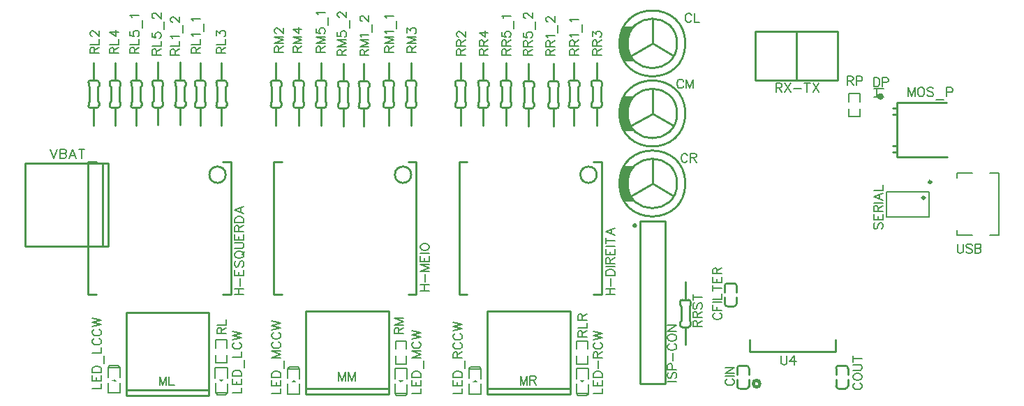
<source format=gto>
G04 Layer: TopSilkscreenLayer*
G04 EasyEDA v6.5.22, 2023-01-26 14:10:14*
G04 b877e135513245ca8f96004f63138494,c6a1bf633b9a4ba285e4988a7d74c357,10*
G04 Gerber Generator version 0.2*
G04 Scale: 100 percent, Rotated: No, Reflected: No *
G04 Dimensions in millimeters *
G04 leading zeros omitted , absolute positions ,4 integer and 5 decimal *
%FSLAX45Y45*%
%MOMM*%

%ADD10C,0.1524*%
%ADD11C,0.2540*%
%ADD12C,0.2000*%
%ADD13C,0.1500*%
%ADD14C,0.1520*%
%ADD15C,0.4000*%
%ADD16C,0.3000*%
%ADD17C,0.0148*%

%LPD*%
D10*
X7842341Y913866D02*
G01*
X7951444Y913866D01*
X7842341Y913866D02*
G01*
X7842341Y960625D01*
X7847535Y976210D01*
X7852732Y981407D01*
X7863123Y986602D01*
X7873514Y986602D01*
X7883906Y981407D01*
X7889100Y976210D01*
X7894294Y960625D01*
X7894294Y913866D01*
X7894294Y950234D02*
G01*
X7951444Y986602D01*
X7842341Y1020892D02*
G01*
X7951444Y1020892D01*
X7842341Y1020892D02*
G01*
X7842341Y1067650D01*
X7847535Y1083238D01*
X7852732Y1088433D01*
X7863123Y1093630D01*
X7873514Y1093630D01*
X7883906Y1088433D01*
X7889100Y1083238D01*
X7894294Y1067650D01*
X7894294Y1020892D01*
X7894294Y1057262D02*
G01*
X7951444Y1093630D01*
X7857926Y1200655D02*
G01*
X7847535Y1190264D01*
X7842341Y1174678D01*
X7842341Y1153896D01*
X7847535Y1138311D01*
X7857926Y1127920D01*
X7868318Y1127920D01*
X7878709Y1133114D01*
X7883906Y1138311D01*
X7889100Y1148702D01*
X7899491Y1179873D01*
X7904685Y1190264D01*
X7909882Y1195461D01*
X7920273Y1200655D01*
X7935859Y1200655D01*
X7946250Y1190264D01*
X7951444Y1174678D01*
X7951444Y1153896D01*
X7946250Y1138311D01*
X7935859Y1127920D01*
X7842341Y1271313D02*
G01*
X7951444Y1271313D01*
X7842341Y1234945D02*
G01*
X7842341Y1307680D01*
X7534678Y249999D02*
G01*
X7643644Y249999D01*
X7550172Y356933D02*
G01*
X7539758Y346519D01*
X7534678Y331025D01*
X7534678Y310197D01*
X7539758Y294703D01*
X7550172Y284289D01*
X7560586Y284289D01*
X7571000Y289369D01*
X7576334Y294703D01*
X7581414Y305117D01*
X7591828Y336359D01*
X7596908Y346519D01*
X7602242Y351853D01*
X7612656Y356933D01*
X7628150Y356933D01*
X7638564Y346519D01*
X7643644Y331025D01*
X7643644Y310197D01*
X7638564Y294703D01*
X7628150Y284289D01*
X7534678Y391223D02*
G01*
X7643644Y391223D01*
X7534678Y391223D02*
G01*
X7534678Y437959D01*
X7539758Y453707D01*
X7545092Y458787D01*
X7555506Y464121D01*
X7571000Y464121D01*
X7581414Y458787D01*
X7586494Y453707D01*
X7591828Y437959D01*
X7591828Y391223D01*
X7596908Y498411D02*
G01*
X7596908Y591883D01*
X7560586Y704151D02*
G01*
X7550172Y698817D01*
X7539758Y688403D01*
X7534678Y677989D01*
X7534678Y657415D01*
X7539758Y647001D01*
X7550172Y636587D01*
X7560586Y631253D01*
X7576334Y626173D01*
X7602242Y626173D01*
X7617736Y631253D01*
X7628150Y636587D01*
X7638564Y647001D01*
X7643644Y657415D01*
X7643644Y677989D01*
X7638564Y688403D01*
X7628150Y698817D01*
X7617736Y704151D01*
X7534678Y769429D02*
G01*
X7539758Y759269D01*
X7550172Y748855D01*
X7560586Y743521D01*
X7576334Y738441D01*
X7602242Y738441D01*
X7617736Y743521D01*
X7628150Y748855D01*
X7638564Y759269D01*
X7643644Y769429D01*
X7643644Y790257D01*
X7638564Y800671D01*
X7628150Y811085D01*
X7617736Y816419D01*
X7602242Y821499D01*
X7576334Y821499D01*
X7560586Y816419D01*
X7550172Y811085D01*
X7539758Y800671D01*
X7534678Y790257D01*
X7534678Y769429D01*
X7534678Y855789D02*
G01*
X7643644Y855789D01*
X7534678Y855789D02*
G01*
X7643644Y928433D01*
X7534678Y928433D02*
G01*
X7643644Y928433D01*
X3543703Y364439D02*
G01*
X3543703Y255336D01*
X3543703Y364439D02*
G01*
X3585268Y255336D01*
X3626830Y364439D02*
G01*
X3585268Y255336D01*
X3626830Y364439D02*
G01*
X3626830Y255336D01*
X3661120Y364439D02*
G01*
X3661120Y255336D01*
X3661120Y364439D02*
G01*
X3702684Y255336D01*
X3744249Y364439D02*
G01*
X3702684Y255336D01*
X3744249Y364439D02*
G01*
X3744249Y255336D01*
X8910342Y560463D02*
G01*
X8910342Y482531D01*
X8915537Y466945D01*
X8925928Y456554D01*
X8941516Y451360D01*
X8951907Y451360D01*
X8967492Y456554D01*
X8977884Y466945D01*
X8983078Y482531D01*
X8983078Y560463D01*
X9069324Y560463D02*
G01*
X9017368Y487728D01*
X9095300Y487728D01*
X9069324Y560463D02*
G01*
X9069324Y451360D01*
X8849982Y3865308D02*
G01*
X8849982Y3756342D01*
X8849982Y3865308D02*
G01*
X8896718Y3865308D01*
X8912212Y3860228D01*
X8917546Y3854894D01*
X8922626Y3844480D01*
X8922626Y3834066D01*
X8917546Y3823652D01*
X8912212Y3818572D01*
X8896718Y3813492D01*
X8849982Y3813492D01*
X8886304Y3813492D02*
G01*
X8922626Y3756342D01*
X8956916Y3865308D02*
G01*
X9029814Y3756342D01*
X9029814Y3865308D02*
G01*
X8956916Y3756342D01*
X9064104Y3803078D02*
G01*
X9157576Y3803078D01*
X9228188Y3865308D02*
G01*
X9228188Y3756342D01*
X9191866Y3865308D02*
G01*
X9264510Y3865308D01*
X9298800Y3865308D02*
G01*
X9371698Y3756342D01*
X9371698Y3865308D02*
G01*
X9298800Y3756342D01*
X7827962Y4689259D02*
G01*
X7822628Y4699673D01*
X7812214Y4710087D01*
X7802054Y4715421D01*
X7781226Y4715421D01*
X7770812Y4710087D01*
X7760398Y4699673D01*
X7755064Y4689259D01*
X7749984Y4673765D01*
X7749984Y4647857D01*
X7755064Y4632109D01*
X7760398Y4621695D01*
X7770812Y4611535D01*
X7781226Y4606201D01*
X7802054Y4606201D01*
X7812214Y4611535D01*
X7822628Y4621695D01*
X7827962Y4632109D01*
X7862252Y4715421D02*
G01*
X7862252Y4606201D01*
X7862252Y4606201D02*
G01*
X7924482Y4606201D01*
X7728038Y3889260D02*
G01*
X7722704Y3899674D01*
X7712290Y3910088D01*
X7701876Y3915422D01*
X7681048Y3915422D01*
X7670888Y3910088D01*
X7660474Y3899674D01*
X7655140Y3889260D01*
X7650060Y3873766D01*
X7650060Y3847858D01*
X7655140Y3832110D01*
X7660474Y3821696D01*
X7670888Y3811536D01*
X7681048Y3806202D01*
X7701876Y3806202D01*
X7712290Y3811536D01*
X7722704Y3821696D01*
X7728038Y3832110D01*
X7762328Y3915422D02*
G01*
X7762328Y3806202D01*
X7762328Y3915422D02*
G01*
X7803730Y3806202D01*
X7845386Y3915422D02*
G01*
X7803730Y3806202D01*
X7845386Y3915422D02*
G01*
X7845386Y3806202D01*
X7777861Y2989262D02*
G01*
X7772781Y2999676D01*
X7762366Y3010090D01*
X7751952Y3015424D01*
X7731125Y3015424D01*
X7720711Y3010090D01*
X7710297Y2999676D01*
X7705216Y2989262D01*
X7699883Y2973768D01*
X7699883Y2947860D01*
X7705216Y2932112D01*
X7710297Y2921698D01*
X7720711Y2911538D01*
X7731125Y2906204D01*
X7751952Y2906204D01*
X7762366Y2911538D01*
X7772781Y2921698D01*
X7777861Y2932112D01*
X7812150Y3015424D02*
G01*
X7812150Y2906204D01*
X7812150Y3015424D02*
G01*
X7858886Y3015424D01*
X7874634Y3010090D01*
X7879715Y3005010D01*
X7885049Y2994596D01*
X7885049Y2984182D01*
X7879715Y2973768D01*
X7874634Y2968688D01*
X7858886Y2963354D01*
X7812150Y2963354D01*
X7848472Y2963354D02*
G01*
X7885049Y2906204D01*
X1372280Y308902D02*
G01*
X1372280Y199936D01*
X1372280Y308902D02*
G01*
X1413936Y199936D01*
X1455338Y308902D02*
G01*
X1413936Y199936D01*
X1455338Y308902D02*
G01*
X1455338Y199936D01*
X1489628Y308902D02*
G01*
X1489628Y199936D01*
X1489628Y199936D02*
G01*
X1552112Y199936D01*
X5749965Y315328D02*
G01*
X5749965Y206108D01*
X5749965Y315328D02*
G01*
X5791621Y206108D01*
X5833023Y315328D02*
G01*
X5791621Y206108D01*
X5833023Y315328D02*
G01*
X5833023Y206108D01*
X5867313Y315328D02*
G01*
X5867313Y206108D01*
X5867313Y315328D02*
G01*
X5914049Y315328D01*
X5929797Y310248D01*
X5934877Y304914D01*
X5940211Y294500D01*
X5940211Y284086D01*
X5934877Y273672D01*
X5929797Y268592D01*
X5914049Y263258D01*
X5867313Y263258D01*
X5903889Y263258D02*
G01*
X5940211Y206108D01*
X769279Y4229468D02*
G01*
X878499Y4229468D01*
X769279Y4229468D02*
G01*
X769279Y4276458D01*
X774359Y4291952D01*
X779693Y4297032D01*
X790107Y4302366D01*
X800521Y4302366D01*
X810935Y4297032D01*
X816015Y4291952D01*
X821349Y4276458D01*
X821349Y4229468D01*
X821349Y4266044D02*
G01*
X878499Y4302366D01*
X769279Y4336656D02*
G01*
X878499Y4336656D01*
X878499Y4336656D02*
G01*
X878499Y4398886D01*
X769279Y4485246D02*
G01*
X841923Y4433176D01*
X841923Y4511154D01*
X769279Y4485246D02*
G01*
X878499Y4485246D01*
X2989320Y4242285D02*
G01*
X3098286Y4242285D01*
X2989320Y4242285D02*
G01*
X2989320Y4289021D01*
X2994400Y4304515D01*
X2999734Y4309849D01*
X3010148Y4314929D01*
X3020562Y4314929D01*
X3030976Y4309849D01*
X3036056Y4304515D01*
X3041136Y4289021D01*
X3041136Y4242285D01*
X3041136Y4278607D02*
G01*
X3098286Y4314929D01*
X2989320Y4349219D02*
G01*
X3098286Y4349219D01*
X2989320Y4349219D02*
G01*
X3098286Y4390875D01*
X2989320Y4432531D02*
G01*
X3098286Y4390875D01*
X2989320Y4432531D02*
G01*
X3098286Y4432531D01*
X2989320Y4518637D02*
G01*
X3061964Y4466821D01*
X3061964Y4544547D01*
X2989320Y4518637D02*
G01*
X3098286Y4518637D01*
X5250248Y4211286D02*
G01*
X5359214Y4211286D01*
X5250248Y4211286D02*
G01*
X5250248Y4258022D01*
X5255328Y4273516D01*
X5260662Y4278850D01*
X5271076Y4283930D01*
X5281490Y4283930D01*
X5291904Y4278850D01*
X5296984Y4273516D01*
X5302064Y4258022D01*
X5302064Y4211286D01*
X5302064Y4247608D02*
G01*
X5359214Y4283930D01*
X5250248Y4318220D02*
G01*
X5359214Y4318220D01*
X5250248Y4318220D02*
G01*
X5250248Y4364956D01*
X5255328Y4380704D01*
X5260662Y4385784D01*
X5271076Y4391118D01*
X5281490Y4391118D01*
X5291904Y4385784D01*
X5296984Y4380704D01*
X5302064Y4364956D01*
X5302064Y4318220D01*
X5302064Y4354796D02*
G01*
X5359214Y4391118D01*
X5250248Y4477224D02*
G01*
X5322892Y4425408D01*
X5322892Y4503386D01*
X5250248Y4477224D02*
G01*
X5359214Y4477224D01*
X10034457Y3934132D02*
G01*
X10034457Y3825166D01*
X10034457Y3934132D02*
G01*
X10070779Y3934132D01*
X10086527Y3929052D01*
X10096687Y3918638D01*
X10102021Y3908224D01*
X10107101Y3892476D01*
X10107101Y3866568D01*
X10102021Y3851074D01*
X10096687Y3840660D01*
X10086527Y3830246D01*
X10070779Y3825166D01*
X10034457Y3825166D01*
X10141391Y3934132D02*
G01*
X10141391Y3825166D01*
X10141391Y3934132D02*
G01*
X10188127Y3934132D01*
X10203875Y3929052D01*
X10208955Y3923718D01*
X10214289Y3913304D01*
X10214289Y3897810D01*
X10208955Y3887396D01*
X10203875Y3882316D01*
X10188127Y3876982D01*
X10141391Y3876982D01*
X6634746Y100076D02*
G01*
X6743712Y100076D01*
X6743712Y100076D02*
G01*
X6743712Y162305D01*
X6634746Y196595D02*
G01*
X6743712Y196595D01*
X6634746Y196595D02*
G01*
X6634746Y264160D01*
X6686562Y196595D02*
G01*
X6686562Y238252D01*
X6743712Y196595D02*
G01*
X6743712Y264160D01*
X6634746Y298450D02*
G01*
X6743712Y298450D01*
X6634746Y298450D02*
G01*
X6634746Y334771D01*
X6639826Y350520D01*
X6650240Y360934D01*
X6660654Y366013D01*
X6676148Y371094D01*
X6702310Y371094D01*
X6717804Y366013D01*
X6728218Y360934D01*
X6738632Y350520D01*
X6743712Y334771D01*
X6743712Y298450D01*
X6696976Y405384D02*
G01*
X6696976Y499110D01*
X6634746Y533400D02*
G01*
X6743712Y533400D01*
X6634746Y533400D02*
G01*
X6634746Y580136D01*
X6639826Y595629D01*
X6645160Y600963D01*
X6655320Y606044D01*
X6665734Y606044D01*
X6676148Y600963D01*
X6681482Y595629D01*
X6686562Y580136D01*
X6686562Y533400D01*
X6686562Y569721D02*
G01*
X6743712Y606044D01*
X6660654Y718312D02*
G01*
X6650240Y712978D01*
X6639826Y702563D01*
X6634746Y692404D01*
X6634746Y671576D01*
X6639826Y661162D01*
X6650240Y650747D01*
X6660654Y645413D01*
X6676148Y640334D01*
X6702310Y640334D01*
X6717804Y645413D01*
X6728218Y650747D01*
X6738632Y661162D01*
X6743712Y671576D01*
X6743712Y692404D01*
X6738632Y702563D01*
X6728218Y712978D01*
X6717804Y718312D01*
X6634746Y752602D02*
G01*
X6743712Y778510D01*
X6634746Y804418D02*
G01*
X6743712Y778510D01*
X6634746Y804418D02*
G01*
X6743712Y830579D01*
X6634746Y856487D02*
G01*
X6743712Y830579D01*
X557075Y161371D02*
G01*
X666041Y161371D01*
X666041Y161371D02*
G01*
X666041Y223601D01*
X557075Y257891D02*
G01*
X666041Y257891D01*
X557075Y257891D02*
G01*
X557075Y325455D01*
X608891Y257891D02*
G01*
X608891Y299547D01*
X666041Y257891D02*
G01*
X666041Y325455D01*
X557075Y359745D02*
G01*
X666041Y359745D01*
X557075Y359745D02*
G01*
X557075Y396067D01*
X562155Y411815D01*
X572569Y422229D01*
X582983Y427309D01*
X598477Y432389D01*
X624639Y432389D01*
X640133Y427309D01*
X650547Y422229D01*
X660961Y411815D01*
X666041Y396067D01*
X666041Y359745D01*
X702363Y466679D02*
G01*
X702363Y560405D01*
X557075Y594695D02*
G01*
X666041Y594695D01*
X666041Y594695D02*
G01*
X666041Y656925D01*
X582983Y769193D02*
G01*
X572569Y763859D01*
X562155Y753699D01*
X557075Y743285D01*
X557075Y722457D01*
X562155Y712043D01*
X572569Y701629D01*
X582983Y696549D01*
X598477Y691215D01*
X624639Y691215D01*
X640133Y696549D01*
X650547Y701629D01*
X660961Y712043D01*
X666041Y722457D01*
X666041Y743285D01*
X660961Y753699D01*
X650547Y763859D01*
X640133Y769193D01*
X582983Y881461D02*
G01*
X572569Y876127D01*
X562155Y865713D01*
X557075Y855299D01*
X557075Y834725D01*
X562155Y824311D01*
X572569Y813897D01*
X582983Y808563D01*
X598477Y803483D01*
X624639Y803483D01*
X640133Y808563D01*
X650547Y813897D01*
X660961Y824311D01*
X666041Y834725D01*
X666041Y855299D01*
X660961Y865713D01*
X650547Y876127D01*
X640133Y881461D01*
X557075Y915751D02*
G01*
X666041Y941659D01*
X557075Y967567D02*
G01*
X666041Y941659D01*
X557075Y967567D02*
G01*
X666041Y993729D01*
X557075Y1019637D02*
G01*
X666041Y993729D01*
X2257071Y111371D02*
G01*
X2366037Y111371D01*
X2366037Y111371D02*
G01*
X2366037Y173601D01*
X2257071Y207891D02*
G01*
X2366037Y207891D01*
X2257071Y207891D02*
G01*
X2257071Y275455D01*
X2308887Y207891D02*
G01*
X2308887Y249547D01*
X2366037Y207891D02*
G01*
X2366037Y275455D01*
X2257071Y309745D02*
G01*
X2366037Y309745D01*
X2257071Y309745D02*
G01*
X2257071Y346067D01*
X2262151Y361815D01*
X2272565Y372229D01*
X2282979Y377309D01*
X2298473Y382389D01*
X2324635Y382389D01*
X2340129Y377309D01*
X2350543Y372229D01*
X2360957Y361815D01*
X2366037Y346067D01*
X2366037Y309745D01*
X2402359Y416679D02*
G01*
X2402359Y510405D01*
X2257071Y544695D02*
G01*
X2366037Y544695D01*
X2366037Y544695D02*
G01*
X2366037Y606925D01*
X2282979Y719193D02*
G01*
X2272565Y713859D01*
X2262151Y703699D01*
X2257071Y693285D01*
X2257071Y672457D01*
X2262151Y662043D01*
X2272565Y651629D01*
X2282979Y646549D01*
X2298473Y641215D01*
X2324635Y641215D01*
X2340129Y646549D01*
X2350543Y651629D01*
X2360957Y662043D01*
X2366037Y672457D01*
X2366037Y693285D01*
X2360957Y703699D01*
X2350543Y713859D01*
X2340129Y719193D01*
X2257071Y753483D02*
G01*
X2366037Y779391D01*
X2257071Y805299D02*
G01*
X2366037Y779391D01*
X2257071Y805299D02*
G01*
X2366037Y831461D01*
X2257071Y857369D02*
G01*
X2366037Y831461D01*
X2734754Y100076D02*
G01*
X2843720Y100076D01*
X2843720Y100076D02*
G01*
X2843720Y162305D01*
X2734754Y196595D02*
G01*
X2843720Y196595D01*
X2734754Y196595D02*
G01*
X2734754Y264160D01*
X2786570Y196595D02*
G01*
X2786570Y238252D01*
X2843720Y196595D02*
G01*
X2843720Y264160D01*
X2734754Y298450D02*
G01*
X2843720Y298450D01*
X2734754Y298450D02*
G01*
X2734754Y334771D01*
X2739834Y350520D01*
X2750248Y360934D01*
X2760662Y366013D01*
X2776156Y371094D01*
X2802318Y371094D01*
X2817812Y366013D01*
X2828226Y360934D01*
X2838640Y350520D01*
X2843720Y334771D01*
X2843720Y298450D01*
X2880042Y405384D02*
G01*
X2880042Y499110D01*
X2734754Y533400D02*
G01*
X2843720Y533400D01*
X2734754Y533400D02*
G01*
X2843720Y574802D01*
X2734754Y616457D02*
G01*
X2843720Y574802D01*
X2734754Y616457D02*
G01*
X2843720Y616457D01*
X2760662Y728726D02*
G01*
X2750248Y723392D01*
X2739834Y712978D01*
X2734754Y702563D01*
X2734754Y681989D01*
X2739834Y671576D01*
X2750248Y661162D01*
X2760662Y655828D01*
X2776156Y650747D01*
X2802318Y650747D01*
X2817812Y655828D01*
X2828226Y661162D01*
X2838640Y671576D01*
X2843720Y681989D01*
X2843720Y702563D01*
X2838640Y712978D01*
X2828226Y723392D01*
X2817812Y728726D01*
X2760662Y840994D02*
G01*
X2750248Y835660D01*
X2739834Y825245D01*
X2734754Y814831D01*
X2734754Y794004D01*
X2739834Y783844D01*
X2750248Y773429D01*
X2760662Y768095D01*
X2776156Y763015D01*
X2802318Y763015D01*
X2817812Y768095D01*
X2828226Y773429D01*
X2838640Y783844D01*
X2843720Y794004D01*
X2843720Y814831D01*
X2838640Y825245D01*
X2828226Y835660D01*
X2817812Y840994D01*
X2734754Y875284D02*
G01*
X2843720Y901192D01*
X2734754Y927100D02*
G01*
X2843720Y901192D01*
X2734754Y927100D02*
G01*
X2843720Y953007D01*
X2734754Y979170D02*
G01*
X2843720Y953007D01*
X4434751Y100076D02*
G01*
X4543717Y100076D01*
X4543717Y100076D02*
G01*
X4543717Y162305D01*
X4434751Y196595D02*
G01*
X4543717Y196595D01*
X4434751Y196595D02*
G01*
X4434751Y264160D01*
X4486567Y196595D02*
G01*
X4486567Y238252D01*
X4543717Y196595D02*
G01*
X4543717Y264160D01*
X4434751Y298450D02*
G01*
X4543717Y298450D01*
X4434751Y298450D02*
G01*
X4434751Y334771D01*
X4439831Y350520D01*
X4450245Y360934D01*
X4460659Y366013D01*
X4476153Y371094D01*
X4502315Y371094D01*
X4517809Y366013D01*
X4528223Y360934D01*
X4538637Y350520D01*
X4543717Y334771D01*
X4543717Y298450D01*
X4580039Y405384D02*
G01*
X4580039Y499110D01*
X4434751Y533400D02*
G01*
X4543717Y533400D01*
X4434751Y533400D02*
G01*
X4543717Y574802D01*
X4434751Y616457D02*
G01*
X4543717Y574802D01*
X4434751Y616457D02*
G01*
X4543717Y616457D01*
X4460659Y728726D02*
G01*
X4450245Y723392D01*
X4439831Y712978D01*
X4434751Y702563D01*
X4434751Y681989D01*
X4439831Y671576D01*
X4450245Y661162D01*
X4460659Y655828D01*
X4476153Y650747D01*
X4502315Y650747D01*
X4517809Y655828D01*
X4528223Y661162D01*
X4538637Y671576D01*
X4543717Y681989D01*
X4543717Y702563D01*
X4538637Y712978D01*
X4528223Y723392D01*
X4517809Y728726D01*
X4434751Y763015D02*
G01*
X4543717Y788923D01*
X4434751Y814831D02*
G01*
X4543717Y788923D01*
X4434751Y814831D02*
G01*
X4543717Y840994D01*
X4434751Y866902D02*
G01*
X4543717Y840994D01*
X4934750Y100076D02*
G01*
X5043716Y100076D01*
X5043716Y100076D02*
G01*
X5043716Y162305D01*
X4934750Y196595D02*
G01*
X5043716Y196595D01*
X4934750Y196595D02*
G01*
X4934750Y264160D01*
X4986566Y196595D02*
G01*
X4986566Y238252D01*
X5043716Y196595D02*
G01*
X5043716Y264160D01*
X4934750Y298450D02*
G01*
X5043716Y298450D01*
X4934750Y298450D02*
G01*
X4934750Y334771D01*
X4939830Y350520D01*
X4950244Y360934D01*
X4960658Y366013D01*
X4976152Y371094D01*
X5002314Y371094D01*
X5017808Y366013D01*
X5028222Y360934D01*
X5038636Y350520D01*
X5043716Y334771D01*
X5043716Y298450D01*
X5080038Y405384D02*
G01*
X5080038Y499110D01*
X4934750Y533400D02*
G01*
X5043716Y533400D01*
X4934750Y533400D02*
G01*
X4934750Y580136D01*
X4939830Y595629D01*
X4945164Y600963D01*
X4955324Y606044D01*
X4965738Y606044D01*
X4976152Y600963D01*
X4981486Y595629D01*
X4986566Y580136D01*
X4986566Y533400D01*
X4986566Y569721D02*
G01*
X5043716Y606044D01*
X4960658Y718312D02*
G01*
X4950244Y712978D01*
X4939830Y702563D01*
X4934750Y692404D01*
X4934750Y671576D01*
X4939830Y661162D01*
X4950244Y650747D01*
X4960658Y645413D01*
X4976152Y640334D01*
X5002314Y640334D01*
X5017808Y645413D01*
X5028222Y650747D01*
X5038636Y661162D01*
X5043716Y671576D01*
X5043716Y692404D01*
X5038636Y702563D01*
X5028222Y712978D01*
X5017808Y718312D01*
X4960658Y830579D02*
G01*
X4950244Y825245D01*
X4939830Y814831D01*
X4934750Y804418D01*
X4934750Y783844D01*
X4939830Y773429D01*
X4950244Y763015D01*
X4960658Y757681D01*
X4976152Y752602D01*
X5002314Y752602D01*
X5017808Y757681D01*
X5028222Y763015D01*
X5038636Y773429D01*
X5043716Y783844D01*
X5043716Y804418D01*
X5038636Y814831D01*
X5028222Y825245D01*
X5017808Y830579D01*
X4934750Y864870D02*
G01*
X5043716Y890778D01*
X4934750Y916686D02*
G01*
X5043716Y890778D01*
X4934750Y916686D02*
G01*
X5043716Y942594D01*
X4934750Y968755D02*
G01*
X5043716Y942594D01*
X10449895Y3815224D02*
G01*
X10449895Y3706258D01*
X10449895Y3815224D02*
G01*
X10491551Y3706258D01*
X10533207Y3815224D02*
G01*
X10491551Y3706258D01*
X10533207Y3815224D02*
G01*
X10533207Y3706258D01*
X10598485Y3815224D02*
G01*
X10588071Y3810144D01*
X10577657Y3799730D01*
X10572577Y3789316D01*
X10567497Y3773822D01*
X10567497Y3747660D01*
X10572577Y3732166D01*
X10577657Y3721752D01*
X10588071Y3711338D01*
X10598485Y3706258D01*
X10619313Y3706258D01*
X10629727Y3711338D01*
X10640141Y3721752D01*
X10645221Y3732166D01*
X10650555Y3747660D01*
X10650555Y3773822D01*
X10645221Y3789316D01*
X10640141Y3799730D01*
X10629727Y3810144D01*
X10619313Y3815224D01*
X10598485Y3815224D01*
X10757489Y3799730D02*
G01*
X10747075Y3810144D01*
X10731581Y3815224D01*
X10710753Y3815224D01*
X10695259Y3810144D01*
X10684845Y3799730D01*
X10684845Y3789316D01*
X10689925Y3778902D01*
X10695259Y3773822D01*
X10705673Y3768488D01*
X10736661Y3758074D01*
X10747075Y3752994D01*
X10752409Y3747660D01*
X10757489Y3737500D01*
X10757489Y3721752D01*
X10747075Y3711338D01*
X10731581Y3706258D01*
X10710753Y3706258D01*
X10695259Y3711338D01*
X10684845Y3721752D01*
X10791779Y3669936D02*
G01*
X10885251Y3669936D01*
X10919541Y3815224D02*
G01*
X10919541Y3706258D01*
X10919541Y3815224D02*
G01*
X10966277Y3815224D01*
X10982025Y3810144D01*
X10987105Y3804810D01*
X10992439Y3794650D01*
X10992439Y3778902D01*
X10987105Y3768488D01*
X10982025Y3763408D01*
X10966277Y3758074D01*
X10919541Y3758074D01*
X2070496Y827194D02*
G01*
X2179462Y827194D01*
X2070496Y827194D02*
G01*
X2070496Y873930D01*
X2075576Y889424D01*
X2080910Y894758D01*
X2091324Y899838D01*
X2101738Y899838D01*
X2112152Y894758D01*
X2117232Y889424D01*
X2122312Y873930D01*
X2122312Y827194D01*
X2122312Y863516D02*
G01*
X2179462Y899838D01*
X2070496Y934128D02*
G01*
X2179462Y934128D01*
X2179462Y934128D02*
G01*
X2179462Y996612D01*
X1761365Y4229592D02*
G01*
X1870331Y4229592D01*
X1761365Y4229592D02*
G01*
X1761365Y4276328D01*
X1766445Y4291822D01*
X1771779Y4297156D01*
X1782193Y4302236D01*
X1792607Y4302236D01*
X1803021Y4297156D01*
X1808101Y4291822D01*
X1813181Y4276328D01*
X1813181Y4229592D01*
X1813181Y4265914D02*
G01*
X1870331Y4302236D01*
X1761365Y4336526D02*
G01*
X1870331Y4336526D01*
X1870331Y4336526D02*
G01*
X1870331Y4399010D01*
X1782193Y4433300D02*
G01*
X1776859Y4443714D01*
X1761365Y4459208D01*
X1870331Y4459208D01*
X1906907Y4493498D02*
G01*
X1906907Y4586970D01*
X1782193Y4621260D02*
G01*
X1776859Y4631674D01*
X1761365Y4647422D01*
X1870331Y4647422D01*
X1506997Y4211286D02*
G01*
X1615963Y4211286D01*
X1506997Y4211286D02*
G01*
X1506997Y4258022D01*
X1512077Y4273516D01*
X1517411Y4278850D01*
X1527825Y4283930D01*
X1538239Y4283930D01*
X1548653Y4278850D01*
X1553733Y4273516D01*
X1558813Y4258022D01*
X1558813Y4211286D01*
X1558813Y4247608D02*
G01*
X1615963Y4283930D01*
X1506997Y4318220D02*
G01*
X1615963Y4318220D01*
X1615963Y4318220D02*
G01*
X1615963Y4380704D01*
X1527825Y4414994D02*
G01*
X1522491Y4425408D01*
X1506997Y4440902D01*
X1615963Y4440902D01*
X1652539Y4475192D02*
G01*
X1652539Y4568664D01*
X1532905Y4608288D02*
G01*
X1527825Y4608288D01*
X1517411Y4613368D01*
X1512077Y4618702D01*
X1506997Y4629116D01*
X1506997Y4649690D01*
X1512077Y4660104D01*
X1517411Y4665438D01*
X1527825Y4670518D01*
X1538239Y4670518D01*
X1548653Y4665438D01*
X1564147Y4655024D01*
X1615963Y4602954D01*
X1615963Y4675852D01*
X531672Y4229587D02*
G01*
X640638Y4229587D01*
X531672Y4229587D02*
G01*
X531672Y4276323D01*
X536752Y4291817D01*
X542086Y4297151D01*
X552500Y4302231D01*
X562914Y4302231D01*
X573328Y4297151D01*
X578408Y4291817D01*
X583488Y4276323D01*
X583488Y4229587D01*
X583488Y4265909D02*
G01*
X640638Y4302231D01*
X531672Y4336521D02*
G01*
X640638Y4336521D01*
X640638Y4336521D02*
G01*
X640638Y4399005D01*
X557580Y4438375D02*
G01*
X552500Y4438375D01*
X542086Y4443709D01*
X536752Y4448789D01*
X531672Y4459203D01*
X531672Y4480031D01*
X536752Y4490445D01*
X542086Y4495525D01*
X552500Y4500859D01*
X562914Y4500859D01*
X573328Y4495525D01*
X588822Y4485111D01*
X640638Y4433295D01*
X640638Y4505939D01*
X2065754Y4229587D02*
G01*
X2174720Y4229587D01*
X2065754Y4229587D02*
G01*
X2065754Y4276323D01*
X2070834Y4291817D01*
X2076168Y4297151D01*
X2086582Y4302231D01*
X2096996Y4302231D01*
X2107410Y4297151D01*
X2112490Y4291817D01*
X2117570Y4276323D01*
X2117570Y4229587D01*
X2117570Y4265909D02*
G01*
X2174720Y4302231D01*
X2065754Y4336521D02*
G01*
X2174720Y4336521D01*
X2174720Y4336521D02*
G01*
X2174720Y4399005D01*
X2065754Y4443709D02*
G01*
X2065754Y4500859D01*
X2107410Y4469617D01*
X2107410Y4485111D01*
X2112490Y4495525D01*
X2117570Y4500859D01*
X2133318Y4505939D01*
X2143732Y4505939D01*
X2159226Y4500859D01*
X2169640Y4490445D01*
X2174720Y4474697D01*
X2174720Y4459203D01*
X2169640Y4443709D01*
X2164560Y4438375D01*
X2154146Y4433295D01*
X1016505Y4229592D02*
G01*
X1125471Y4229592D01*
X1016505Y4229592D02*
G01*
X1016505Y4276328D01*
X1021585Y4291822D01*
X1026919Y4297156D01*
X1037333Y4302236D01*
X1047747Y4302236D01*
X1058161Y4297156D01*
X1063241Y4291822D01*
X1068321Y4276328D01*
X1068321Y4229592D01*
X1068321Y4265914D02*
G01*
X1125471Y4302236D01*
X1016505Y4336526D02*
G01*
X1125471Y4336526D01*
X1125471Y4336526D02*
G01*
X1125471Y4399010D01*
X1016505Y4495530D02*
G01*
X1016505Y4443714D01*
X1063241Y4438380D01*
X1058161Y4443714D01*
X1052827Y4459208D01*
X1052827Y4474702D01*
X1058161Y4490450D01*
X1068321Y4500864D01*
X1084069Y4505944D01*
X1094483Y4505944D01*
X1109977Y4500864D01*
X1120391Y4490450D01*
X1125471Y4474702D01*
X1125471Y4459208D01*
X1120391Y4443714D01*
X1115311Y4438380D01*
X1104897Y4433300D01*
X1162047Y4540234D02*
G01*
X1162047Y4633706D01*
X1037333Y4667996D02*
G01*
X1031999Y4678410D01*
X1016505Y4694158D01*
X1125471Y4694158D01*
X1281993Y4211286D02*
G01*
X1390959Y4211286D01*
X1281993Y4211286D02*
G01*
X1281993Y4258022D01*
X1287073Y4273516D01*
X1292407Y4278850D01*
X1302821Y4283930D01*
X1313235Y4283930D01*
X1323649Y4278850D01*
X1328729Y4273516D01*
X1333809Y4258022D01*
X1333809Y4211286D01*
X1333809Y4247608D02*
G01*
X1390959Y4283930D01*
X1281993Y4318220D02*
G01*
X1390959Y4318220D01*
X1390959Y4318220D02*
G01*
X1390959Y4380704D01*
X1281993Y4477224D02*
G01*
X1281993Y4425408D01*
X1328729Y4420074D01*
X1323649Y4425408D01*
X1318315Y4440902D01*
X1318315Y4456396D01*
X1323649Y4472144D01*
X1333809Y4482558D01*
X1349557Y4487638D01*
X1359971Y4487638D01*
X1375465Y4482558D01*
X1385879Y4472144D01*
X1390959Y4456396D01*
X1390959Y4440902D01*
X1385879Y4425408D01*
X1380799Y4420074D01*
X1370385Y4414994D01*
X1427535Y4521928D02*
G01*
X1427535Y4615400D01*
X1307901Y4655024D02*
G01*
X1302821Y4655024D01*
X1292407Y4660104D01*
X1287073Y4665438D01*
X1281993Y4675852D01*
X1281993Y4696426D01*
X1287073Y4706840D01*
X1292407Y4712174D01*
X1302821Y4717254D01*
X1313235Y4717254D01*
X1323649Y4712174D01*
X1339143Y4701760D01*
X1390959Y4649690D01*
X1390959Y4722588D01*
X4222775Y828598D02*
G01*
X4331741Y828598D01*
X4222775Y828598D02*
G01*
X4222775Y875334D01*
X4227855Y890828D01*
X4233189Y896162D01*
X4243603Y901242D01*
X4254017Y901242D01*
X4264431Y896162D01*
X4269511Y890828D01*
X4274591Y875334D01*
X4274591Y828598D01*
X4274591Y864920D02*
G01*
X4331741Y901242D01*
X4222775Y935532D02*
G01*
X4331741Y935532D01*
X4222775Y935532D02*
G01*
X4331741Y977188D01*
X4222775Y1018844D02*
G01*
X4331741Y977188D01*
X4222775Y1018844D02*
G01*
X4331741Y1018844D01*
X4104617Y4242282D02*
G01*
X4213583Y4242282D01*
X4104617Y4242282D02*
G01*
X4104617Y4289018D01*
X4109697Y4304515D01*
X4115031Y4309846D01*
X4125445Y4314926D01*
X4135859Y4314926D01*
X4146273Y4309846D01*
X4151353Y4304515D01*
X4156433Y4289018D01*
X4156433Y4242282D01*
X4156433Y4278607D02*
G01*
X4213583Y4314926D01*
X4104617Y4349216D02*
G01*
X4213583Y4349216D01*
X4104617Y4349216D02*
G01*
X4213583Y4390872D01*
X4104617Y4432528D02*
G01*
X4213583Y4390872D01*
X4104617Y4432528D02*
G01*
X4213583Y4432528D01*
X4125445Y4466818D02*
G01*
X4120111Y4477232D01*
X4104617Y4492726D01*
X4213583Y4492726D01*
X4250159Y4527016D02*
G01*
X4250159Y4620488D01*
X4125445Y4654778D02*
G01*
X4120111Y4665192D01*
X4104617Y4680686D01*
X4213583Y4680686D01*
X3802860Y4204007D02*
G01*
X3911826Y4204007D01*
X3802860Y4204007D02*
G01*
X3802860Y4250743D01*
X3807940Y4266239D01*
X3813274Y4271571D01*
X3823688Y4276651D01*
X3834102Y4276651D01*
X3844516Y4271571D01*
X3849596Y4266239D01*
X3854676Y4250743D01*
X3854676Y4204007D01*
X3854676Y4240331D02*
G01*
X3911826Y4276651D01*
X3802860Y4310941D02*
G01*
X3911826Y4310941D01*
X3802860Y4310941D02*
G01*
X3911826Y4352597D01*
X3802860Y4394253D02*
G01*
X3911826Y4352597D01*
X3802860Y4394253D02*
G01*
X3911826Y4394253D01*
X3823688Y4428543D02*
G01*
X3818354Y4438957D01*
X3802860Y4454451D01*
X3911826Y4454451D01*
X3948402Y4488741D02*
G01*
X3948402Y4582213D01*
X3828768Y4621839D02*
G01*
X3823688Y4621839D01*
X3813274Y4626917D01*
X3807940Y4631997D01*
X3802860Y4642411D01*
X3802860Y4663239D01*
X3807940Y4673653D01*
X3813274Y4678989D01*
X3823688Y4684067D01*
X3834102Y4684067D01*
X3844516Y4678989D01*
X3860010Y4668573D01*
X3911826Y4616503D01*
X3911826Y4689147D01*
X2765356Y4242290D02*
G01*
X2874322Y4242290D01*
X2765356Y4242290D02*
G01*
X2765356Y4289026D01*
X2770436Y4304520D01*
X2775770Y4309854D01*
X2786184Y4314934D01*
X2796598Y4314934D01*
X2807012Y4309854D01*
X2812092Y4304520D01*
X2817172Y4289026D01*
X2817172Y4242290D01*
X2817172Y4278612D02*
G01*
X2874322Y4314934D01*
X2765356Y4349224D02*
G01*
X2874322Y4349224D01*
X2765356Y4349224D02*
G01*
X2874322Y4390880D01*
X2765356Y4432536D02*
G01*
X2874322Y4390880D01*
X2765356Y4432536D02*
G01*
X2874322Y4432536D01*
X2791264Y4471906D02*
G01*
X2786184Y4471906D01*
X2775770Y4477240D01*
X2770436Y4482320D01*
X2765356Y4492734D01*
X2765356Y4513562D01*
X2770436Y4523976D01*
X2775770Y4529056D01*
X2786184Y4534390D01*
X2796598Y4534390D01*
X2807012Y4529056D01*
X2822506Y4518642D01*
X2874322Y4466826D01*
X2874322Y4539470D01*
X4377342Y4242285D02*
G01*
X4486308Y4242285D01*
X4377342Y4242285D02*
G01*
X4377342Y4289021D01*
X4382422Y4304512D01*
X4387756Y4309849D01*
X4398170Y4314929D01*
X4408584Y4314929D01*
X4418998Y4309849D01*
X4424078Y4304512D01*
X4429158Y4289021D01*
X4429158Y4242285D01*
X4429158Y4278607D02*
G01*
X4486308Y4314929D01*
X4377342Y4349219D02*
G01*
X4486308Y4349219D01*
X4377342Y4349219D02*
G01*
X4486308Y4390875D01*
X4377342Y4432528D02*
G01*
X4486308Y4390875D01*
X4377342Y4432528D02*
G01*
X4486308Y4432528D01*
X4377342Y4477235D02*
G01*
X4377342Y4534385D01*
X4418998Y4503143D01*
X4418998Y4518637D01*
X4424078Y4529051D01*
X4429158Y4534385D01*
X4444906Y4539462D01*
X4455320Y4539462D01*
X4470814Y4534385D01*
X4481228Y4523971D01*
X4486308Y4508223D01*
X4486308Y4492729D01*
X4481228Y4477235D01*
X4476148Y4471901D01*
X4465734Y4466821D01*
X3274240Y4242282D02*
G01*
X3383206Y4242282D01*
X3274240Y4242282D02*
G01*
X3274240Y4289018D01*
X3279320Y4304515D01*
X3284654Y4309846D01*
X3295068Y4314926D01*
X3305482Y4314926D01*
X3315896Y4309846D01*
X3320976Y4304515D01*
X3326056Y4289018D01*
X3326056Y4242282D01*
X3326056Y4278607D02*
G01*
X3383206Y4314926D01*
X3274240Y4349216D02*
G01*
X3383206Y4349216D01*
X3274240Y4349216D02*
G01*
X3383206Y4390872D01*
X3274240Y4432528D02*
G01*
X3383206Y4390872D01*
X3274240Y4432528D02*
G01*
X3383206Y4432528D01*
X3274240Y4529048D02*
G01*
X3274240Y4477232D01*
X3320976Y4471898D01*
X3315896Y4477232D01*
X3310562Y4492726D01*
X3310562Y4508220D01*
X3315896Y4523968D01*
X3326056Y4534382D01*
X3341804Y4539465D01*
X3352218Y4539465D01*
X3367712Y4534382D01*
X3378126Y4523968D01*
X3383206Y4508220D01*
X3383206Y4492726D01*
X3378126Y4477232D01*
X3373046Y4471898D01*
X3362632Y4466818D01*
X3419782Y4573752D02*
G01*
X3419782Y4667224D01*
X3295068Y4701514D02*
G01*
X3289734Y4711928D01*
X3274240Y4727422D01*
X3383206Y4727422D01*
X3530132Y4204002D02*
G01*
X3639098Y4204002D01*
X3530132Y4204002D02*
G01*
X3530132Y4250738D01*
X3535212Y4266234D01*
X3540546Y4271566D01*
X3550960Y4276646D01*
X3561374Y4276646D01*
X3571788Y4271566D01*
X3576868Y4266234D01*
X3581948Y4250738D01*
X3581948Y4204002D01*
X3581948Y4240326D02*
G01*
X3639098Y4276646D01*
X3530132Y4310936D02*
G01*
X3639098Y4310936D01*
X3530132Y4310936D02*
G01*
X3639098Y4352592D01*
X3530132Y4394248D02*
G01*
X3639098Y4352592D01*
X3530132Y4394248D02*
G01*
X3639098Y4394248D01*
X3530132Y4490768D02*
G01*
X3530132Y4438952D01*
X3576868Y4433618D01*
X3571788Y4438952D01*
X3566454Y4454446D01*
X3566454Y4469940D01*
X3571788Y4485688D01*
X3581948Y4496102D01*
X3597696Y4501184D01*
X3608110Y4501184D01*
X3623604Y4496102D01*
X3634018Y4485688D01*
X3639098Y4469940D01*
X3639098Y4454446D01*
X3634018Y4438952D01*
X3628938Y4433618D01*
X3618524Y4428538D01*
X3675674Y4535472D02*
G01*
X3675674Y4628944D01*
X3556040Y4668568D02*
G01*
X3550960Y4668568D01*
X3540546Y4673648D01*
X3535212Y4678984D01*
X3530132Y4689142D01*
X3530132Y4709970D01*
X3535212Y4720384D01*
X3540546Y4725718D01*
X3550960Y4730798D01*
X3561374Y4730798D01*
X3571788Y4725718D01*
X3587282Y4715304D01*
X3639098Y4663234D01*
X3639098Y4736134D01*
X9715500Y3950715D02*
G01*
X9715500Y3841750D01*
X9715500Y3950715D02*
G01*
X9762236Y3950715D01*
X9777729Y3945636D01*
X9783063Y3940302D01*
X9788143Y3929887D01*
X9788143Y3919473D01*
X9783063Y3909060D01*
X9777729Y3903979D01*
X9762236Y3898900D01*
X9715500Y3898900D01*
X9751822Y3898900D02*
G01*
X9788143Y3841750D01*
X9822434Y3950715D02*
G01*
X9822434Y3841750D01*
X9822434Y3950715D02*
G01*
X9869170Y3950715D01*
X9884918Y3945636D01*
X9889997Y3940302D01*
X9895331Y3929887D01*
X9895331Y3914394D01*
X9889997Y3903979D01*
X9884918Y3898900D01*
X9869170Y3893565D01*
X9822434Y3893565D01*
X6350269Y4211281D02*
G01*
X6459235Y4211281D01*
X6350269Y4211281D02*
G01*
X6350269Y4258017D01*
X6355349Y4273511D01*
X6360683Y4278845D01*
X6371097Y4283925D01*
X6381511Y4283925D01*
X6391925Y4278845D01*
X6397005Y4273511D01*
X6402085Y4258017D01*
X6402085Y4211281D01*
X6402085Y4247603D02*
G01*
X6459235Y4283925D01*
X6350269Y4318215D02*
G01*
X6459235Y4318215D01*
X6350269Y4318215D02*
G01*
X6350269Y4364951D01*
X6355349Y4380699D01*
X6360683Y4385779D01*
X6371097Y4391113D01*
X6381511Y4391113D01*
X6391925Y4385779D01*
X6397005Y4380699D01*
X6402085Y4364951D01*
X6402085Y4318215D01*
X6402085Y4354791D02*
G01*
X6459235Y4391113D01*
X6371097Y4425403D02*
G01*
X6365763Y4435817D01*
X6350269Y4451311D01*
X6459235Y4451311D01*
X6495811Y4485601D02*
G01*
X6495811Y4579073D01*
X6371097Y4613363D02*
G01*
X6365763Y4623777D01*
X6350269Y4639271D01*
X6459235Y4639271D01*
X6059672Y4204014D02*
G01*
X6168638Y4204014D01*
X6059672Y4204014D02*
G01*
X6059672Y4250750D01*
X6064752Y4266244D01*
X6070086Y4271578D01*
X6080500Y4276658D01*
X6090914Y4276658D01*
X6101328Y4271578D01*
X6106408Y4266244D01*
X6111488Y4250750D01*
X6111488Y4204014D01*
X6111488Y4240336D02*
G01*
X6168638Y4276658D01*
X6059672Y4310948D02*
G01*
X6168638Y4310948D01*
X6059672Y4310948D02*
G01*
X6059672Y4357684D01*
X6064752Y4373432D01*
X6070086Y4378512D01*
X6080500Y4383846D01*
X6090914Y4383846D01*
X6101328Y4378512D01*
X6106408Y4373432D01*
X6111488Y4357684D01*
X6111488Y4310948D01*
X6111488Y4347524D02*
G01*
X6168638Y4383846D01*
X6080500Y4418136D02*
G01*
X6075166Y4428550D01*
X6059672Y4444044D01*
X6168638Y4444044D01*
X6205214Y4478334D02*
G01*
X6205214Y4571806D01*
X6085580Y4611430D02*
G01*
X6080500Y4611430D01*
X6070086Y4616510D01*
X6064752Y4621844D01*
X6059672Y4632004D01*
X6059672Y4652832D01*
X6064752Y4663246D01*
X6070086Y4668580D01*
X6080500Y4673660D01*
X6090914Y4673660D01*
X6101328Y4668580D01*
X6116822Y4658166D01*
X6168638Y4606096D01*
X6168638Y4678994D01*
X4975260Y4211281D02*
G01*
X5084226Y4211281D01*
X4975260Y4211281D02*
G01*
X4975260Y4258017D01*
X4980340Y4273511D01*
X4985674Y4278845D01*
X4996088Y4283925D01*
X5006502Y4283925D01*
X5016916Y4278845D01*
X5021996Y4273511D01*
X5027076Y4258017D01*
X5027076Y4211281D01*
X5027076Y4247603D02*
G01*
X5084226Y4283925D01*
X4975260Y4318215D02*
G01*
X5084226Y4318215D01*
X4975260Y4318215D02*
G01*
X4975260Y4364951D01*
X4980340Y4380699D01*
X4985674Y4385779D01*
X4996088Y4391113D01*
X5006502Y4391113D01*
X5016916Y4385779D01*
X5021996Y4380699D01*
X5027076Y4364951D01*
X5027076Y4318215D01*
X5027076Y4354791D02*
G01*
X5084226Y4391113D01*
X5001168Y4430483D02*
G01*
X4996088Y4430483D01*
X4985674Y4435817D01*
X4980340Y4440897D01*
X4975260Y4451311D01*
X4975260Y4472139D01*
X4980340Y4482553D01*
X4985674Y4487633D01*
X4996088Y4492967D01*
X5006502Y4492967D01*
X5016916Y4487633D01*
X5032410Y4477219D01*
X5084226Y4425403D01*
X5084226Y4498047D01*
X6625257Y4211281D02*
G01*
X6734223Y4211281D01*
X6625257Y4211281D02*
G01*
X6625257Y4258017D01*
X6630337Y4273511D01*
X6635671Y4278845D01*
X6646085Y4283925D01*
X6656499Y4283925D01*
X6666913Y4278845D01*
X6671993Y4273511D01*
X6677073Y4258017D01*
X6677073Y4211281D01*
X6677073Y4247603D02*
G01*
X6734223Y4283925D01*
X6625257Y4318215D02*
G01*
X6734223Y4318215D01*
X6625257Y4318215D02*
G01*
X6625257Y4364951D01*
X6630337Y4380699D01*
X6635671Y4385779D01*
X6646085Y4391113D01*
X6656499Y4391113D01*
X6666913Y4385779D01*
X6671993Y4380699D01*
X6677073Y4364951D01*
X6677073Y4318215D01*
X6677073Y4354791D02*
G01*
X6734223Y4391113D01*
X6625257Y4435817D02*
G01*
X6625257Y4492967D01*
X6666913Y4461725D01*
X6666913Y4477219D01*
X6671993Y4487633D01*
X6677073Y4492967D01*
X6692821Y4498047D01*
X6703235Y4498047D01*
X6718729Y4492967D01*
X6729143Y4482553D01*
X6734223Y4466805D01*
X6734223Y4451311D01*
X6729143Y4435817D01*
X6724063Y4430483D01*
X6713649Y4425403D01*
X5525254Y4211281D02*
G01*
X5634220Y4211281D01*
X5525254Y4211281D02*
G01*
X5525254Y4258017D01*
X5530334Y4273511D01*
X5535668Y4278845D01*
X5546082Y4283925D01*
X5556496Y4283925D01*
X5566910Y4278845D01*
X5571990Y4273511D01*
X5577070Y4258017D01*
X5577070Y4211281D01*
X5577070Y4247603D02*
G01*
X5634220Y4283925D01*
X5525254Y4318215D02*
G01*
X5634220Y4318215D01*
X5525254Y4318215D02*
G01*
X5525254Y4364951D01*
X5530334Y4380699D01*
X5535668Y4385779D01*
X5546082Y4391113D01*
X5556496Y4391113D01*
X5566910Y4385779D01*
X5571990Y4380699D01*
X5577070Y4364951D01*
X5577070Y4318215D01*
X5577070Y4354791D02*
G01*
X5634220Y4391113D01*
X5525254Y4487633D02*
G01*
X5525254Y4435817D01*
X5571990Y4430483D01*
X5566910Y4435817D01*
X5561576Y4451311D01*
X5561576Y4466805D01*
X5566910Y4482553D01*
X5577070Y4492967D01*
X5592818Y4498047D01*
X5603232Y4498047D01*
X5618726Y4492967D01*
X5629140Y4482553D01*
X5634220Y4466805D01*
X5634220Y4451311D01*
X5629140Y4435817D01*
X5624060Y4430483D01*
X5613646Y4425403D01*
X5670796Y4532337D02*
G01*
X5670796Y4625809D01*
X5546082Y4660099D02*
G01*
X5540748Y4670513D01*
X5525254Y4686261D01*
X5634220Y4686261D01*
X5784672Y4204014D02*
G01*
X5893638Y4204014D01*
X5784672Y4204014D02*
G01*
X5784672Y4250750D01*
X5789752Y4266244D01*
X5795086Y4271578D01*
X5805500Y4276658D01*
X5815914Y4276658D01*
X5826328Y4271578D01*
X5831408Y4266244D01*
X5836488Y4250750D01*
X5836488Y4204014D01*
X5836488Y4240336D02*
G01*
X5893638Y4276658D01*
X5784672Y4310948D02*
G01*
X5893638Y4310948D01*
X5784672Y4310948D02*
G01*
X5784672Y4357684D01*
X5789752Y4373432D01*
X5795086Y4378512D01*
X5805500Y4383846D01*
X5815914Y4383846D01*
X5826328Y4378512D01*
X5831408Y4373432D01*
X5836488Y4357684D01*
X5836488Y4310948D01*
X5836488Y4347524D02*
G01*
X5893638Y4383846D01*
X5784672Y4480366D02*
G01*
X5784672Y4428550D01*
X5831408Y4423216D01*
X5826328Y4428550D01*
X5820994Y4444044D01*
X5820994Y4459538D01*
X5826328Y4475286D01*
X5836488Y4485700D01*
X5852236Y4490780D01*
X5862650Y4490780D01*
X5878144Y4485700D01*
X5888558Y4475286D01*
X5893638Y4459538D01*
X5893638Y4444044D01*
X5888558Y4428550D01*
X5883478Y4423216D01*
X5873064Y4418136D01*
X5930214Y4525070D02*
G01*
X5930214Y4618542D01*
X5810580Y4658166D02*
G01*
X5805500Y4658166D01*
X5795086Y4663246D01*
X5789752Y4668580D01*
X5784672Y4678994D01*
X5784672Y4699568D01*
X5789752Y4709982D01*
X5795086Y4715316D01*
X5805500Y4720396D01*
X5815914Y4720396D01*
X5826328Y4715316D01*
X5841822Y4704902D01*
X5893638Y4652832D01*
X5893638Y4725730D01*
X6784543Y1299974D02*
G01*
X6893763Y1299974D01*
X6784543Y1372618D02*
G01*
X6893763Y1372618D01*
X6836613Y1299974D02*
G01*
X6836613Y1372618D01*
X6847027Y1406908D02*
G01*
X6847027Y1500634D01*
X6784543Y1534924D02*
G01*
X6893763Y1534924D01*
X6784543Y1534924D02*
G01*
X6784543Y1571246D01*
X6789877Y1586740D01*
X6800291Y1597154D01*
X6810705Y1602488D01*
X6826199Y1607568D01*
X6852107Y1607568D01*
X6867855Y1602488D01*
X6878269Y1597154D01*
X6888683Y1586740D01*
X6893763Y1571246D01*
X6893763Y1534924D01*
X6784543Y1641858D02*
G01*
X6893763Y1641858D01*
X6784543Y1676148D02*
G01*
X6893763Y1676148D01*
X6784543Y1676148D02*
G01*
X6784543Y1722884D01*
X6789877Y1738378D01*
X6794957Y1743712D01*
X6805371Y1748792D01*
X6815785Y1748792D01*
X6826199Y1743712D01*
X6831533Y1738378D01*
X6836613Y1722884D01*
X6836613Y1676148D01*
X6836613Y1712470D02*
G01*
X6893763Y1748792D01*
X6784543Y1783082D02*
G01*
X6893763Y1783082D01*
X6784543Y1783082D02*
G01*
X6784543Y1850646D01*
X6836613Y1783082D02*
G01*
X6836613Y1824738D01*
X6893763Y1783082D02*
G01*
X6893763Y1850646D01*
X6784543Y1884936D02*
G01*
X6893763Y1884936D01*
X6784543Y1955548D02*
G01*
X6893763Y1955548D01*
X6784543Y1919226D02*
G01*
X6784543Y1992124D01*
X6784543Y2067816D02*
G01*
X6893763Y2026414D01*
X6784543Y2067816D02*
G01*
X6893763Y2109472D01*
X6857441Y2041908D02*
G01*
X6857441Y2093978D01*
X2284577Y1300098D02*
G01*
X2393797Y1300098D01*
X2284577Y1372743D02*
G01*
X2393797Y1372743D01*
X2336647Y1300098D02*
G01*
X2336647Y1372743D01*
X2347061Y1407032D02*
G01*
X2347061Y1500504D01*
X2284577Y1534795D02*
G01*
X2393797Y1534795D01*
X2284577Y1534795D02*
G01*
X2284577Y1602359D01*
X2336647Y1534795D02*
G01*
X2336647Y1576451D01*
X2393797Y1534795D02*
G01*
X2393797Y1602359D01*
X2300325Y1709293D02*
G01*
X2289911Y1699132D01*
X2284577Y1683385D01*
X2284577Y1662556D01*
X2289911Y1647062D01*
X2300325Y1636648D01*
X2310739Y1636648D01*
X2320899Y1641982D01*
X2326233Y1647062D01*
X2331313Y1657477D01*
X2341727Y1688719D01*
X2347061Y1699132D01*
X2352141Y1704212D01*
X2362555Y1709293D01*
X2378049Y1709293D01*
X2388463Y1699132D01*
X2393797Y1683385D01*
X2393797Y1662556D01*
X2388463Y1647062D01*
X2378049Y1636648D01*
X2284577Y1774825D02*
G01*
X2289911Y1764411D01*
X2300325Y1753996D01*
X2310739Y1748917D01*
X2326233Y1743582D01*
X2352141Y1743582D01*
X2367889Y1748917D01*
X2378049Y1753996D01*
X2388463Y1764411D01*
X2393797Y1774825D01*
X2393797Y1795653D01*
X2388463Y1806067D01*
X2378049Y1816480D01*
X2367889Y1821561D01*
X2352141Y1826895D01*
X2326233Y1826895D01*
X2310739Y1821561D01*
X2300325Y1816480D01*
X2289911Y1806067D01*
X2284577Y1795653D01*
X2284577Y1774825D01*
X2372969Y1790572D02*
G01*
X2404211Y1821561D01*
X2284577Y1861185D02*
G01*
X2362555Y1861185D01*
X2378049Y1866264D01*
X2388463Y1876679D01*
X2393797Y1892172D01*
X2393797Y1902587D01*
X2388463Y1918335D01*
X2378049Y1928748D01*
X2362555Y1933829D01*
X2284577Y1933829D01*
X2284577Y1968119D02*
G01*
X2393797Y1968119D01*
X2284577Y1968119D02*
G01*
X2284577Y2035682D01*
X2336647Y1968119D02*
G01*
X2336647Y2009775D01*
X2393797Y1968119D02*
G01*
X2393797Y2035682D01*
X2284577Y2069972D02*
G01*
X2393797Y2069972D01*
X2284577Y2069972D02*
G01*
X2284577Y2116709D01*
X2289911Y2132203D01*
X2294991Y2137537D01*
X2305405Y2142617D01*
X2315819Y2142617D01*
X2326233Y2137537D01*
X2331313Y2132203D01*
X2336647Y2116709D01*
X2336647Y2069972D01*
X2336647Y2106295D02*
G01*
X2393797Y2142617D01*
X2284577Y2176906D02*
G01*
X2393797Y2176906D01*
X2284577Y2176906D02*
G01*
X2284577Y2213482D01*
X2289911Y2228977D01*
X2300325Y2239390D01*
X2310739Y2244470D01*
X2326233Y2249804D01*
X2352141Y2249804D01*
X2367889Y2244470D01*
X2378049Y2239390D01*
X2388463Y2228977D01*
X2393797Y2213482D01*
X2393797Y2176906D01*
X2284577Y2325496D02*
G01*
X2393797Y2284095D01*
X2284577Y2325496D02*
G01*
X2393797Y2367153D01*
X2357475Y2299588D02*
G01*
X2357475Y2351659D01*
X4534585Y1350076D02*
G01*
X4643805Y1350076D01*
X4534585Y1422720D02*
G01*
X4643805Y1422720D01*
X4586655Y1350076D02*
G01*
X4586655Y1422720D01*
X4597069Y1457010D02*
G01*
X4597069Y1550482D01*
X4534585Y1584772D02*
G01*
X4643805Y1584772D01*
X4534585Y1584772D02*
G01*
X4643805Y1626428D01*
X4534585Y1668084D02*
G01*
X4643805Y1626428D01*
X4534585Y1668084D02*
G01*
X4643805Y1668084D01*
X4534585Y1702374D02*
G01*
X4643805Y1702374D01*
X4534585Y1702374D02*
G01*
X4534585Y1769684D01*
X4586655Y1702374D02*
G01*
X4586655Y1743776D01*
X4643805Y1702374D02*
G01*
X4643805Y1769684D01*
X4534585Y1803974D02*
G01*
X4643805Y1803974D01*
X4534585Y1869506D02*
G01*
X4539919Y1859092D01*
X4550333Y1848678D01*
X4560747Y1843598D01*
X4576241Y1838264D01*
X4602149Y1838264D01*
X4617897Y1843598D01*
X4628057Y1848678D01*
X4638471Y1859092D01*
X4643805Y1869506D01*
X4643805Y1890334D01*
X4638471Y1900748D01*
X4628057Y1911162D01*
X4617897Y1916242D01*
X4602149Y1921576D01*
X4576241Y1921576D01*
X4560747Y1916242D01*
X4550333Y1911162D01*
X4539919Y1900748D01*
X4534585Y1890334D01*
X4534585Y1869506D01*
X6448188Y790465D02*
G01*
X6557154Y790465D01*
X6448188Y790465D02*
G01*
X6448188Y837201D01*
X6453268Y852949D01*
X6458602Y858029D01*
X6469016Y863109D01*
X6479430Y863109D01*
X6489844Y858029D01*
X6494924Y852949D01*
X6500004Y837201D01*
X6500004Y790465D01*
X6500004Y826787D02*
G01*
X6557154Y863109D01*
X6448188Y897399D02*
G01*
X6557154Y897399D01*
X6557154Y897399D02*
G01*
X6557154Y959883D01*
X6448188Y994173D02*
G01*
X6557154Y994173D01*
X6448188Y994173D02*
G01*
X6448188Y1040909D01*
X6453268Y1056403D01*
X6458602Y1061737D01*
X6469016Y1066817D01*
X6479430Y1066817D01*
X6489844Y1061737D01*
X6494924Y1056403D01*
X6500004Y1040909D01*
X6500004Y994173D01*
X6500004Y1030495D02*
G01*
X6557154Y1066817D01*
X10050183Y2172677D02*
G01*
X10039769Y2162263D01*
X10034689Y2146769D01*
X10034689Y2125941D01*
X10039769Y2110447D01*
X10050183Y2100033D01*
X10060597Y2100033D01*
X10071011Y2105113D01*
X10076091Y2110447D01*
X10081425Y2120861D01*
X10091839Y2151849D01*
X10096919Y2162263D01*
X10102253Y2167597D01*
X10112667Y2172677D01*
X10128161Y2172677D01*
X10138575Y2162263D01*
X10143655Y2146769D01*
X10143655Y2125941D01*
X10138575Y2110447D01*
X10128161Y2100033D01*
X10034689Y2206967D02*
G01*
X10143655Y2206967D01*
X10034689Y2206967D02*
G01*
X10034689Y2274531D01*
X10086505Y2206967D02*
G01*
X10086505Y2248623D01*
X10143655Y2206967D02*
G01*
X10143655Y2274531D01*
X10034689Y2308821D02*
G01*
X10143655Y2308821D01*
X10034689Y2308821D02*
G01*
X10034689Y2355557D01*
X10039769Y2371305D01*
X10045103Y2376385D01*
X10055517Y2381465D01*
X10065931Y2381465D01*
X10076091Y2376385D01*
X10081425Y2371305D01*
X10086505Y2355557D01*
X10086505Y2308821D01*
X10086505Y2345143D02*
G01*
X10143655Y2381465D01*
X10034689Y2415755D02*
G01*
X10143655Y2415755D01*
X10034689Y2491701D02*
G01*
X10143655Y2450045D01*
X10034689Y2491701D02*
G01*
X10143655Y2533357D01*
X10107333Y2465793D02*
G01*
X10107333Y2517609D01*
X10034689Y2567647D02*
G01*
X10143655Y2567647D01*
X10143655Y2567647D02*
G01*
X10143655Y2629877D01*
X11049863Y1915452D02*
G01*
X11049863Y1837474D01*
X11055197Y1821726D01*
X11065611Y1811312D01*
X11081105Y1806232D01*
X11091519Y1806232D01*
X11107013Y1811312D01*
X11117427Y1821726D01*
X11122761Y1837474D01*
X11122761Y1915452D01*
X11229695Y1899704D02*
G01*
X11219281Y1910118D01*
X11203787Y1915452D01*
X11182959Y1915452D01*
X11167465Y1910118D01*
X11157051Y1899704D01*
X11157051Y1889290D01*
X11162131Y1878876D01*
X11167465Y1873796D01*
X11177879Y1868462D01*
X11208867Y1858302D01*
X11219281Y1852968D01*
X11224615Y1847888D01*
X11229695Y1837474D01*
X11229695Y1821726D01*
X11219281Y1811312D01*
X11203787Y1806232D01*
X11182959Y1806232D01*
X11167465Y1811312D01*
X11157051Y1821726D01*
X11263985Y1915452D02*
G01*
X11263985Y1806232D01*
X11263985Y1915452D02*
G01*
X11310721Y1915452D01*
X11326469Y1910118D01*
X11331549Y1905038D01*
X11336883Y1894624D01*
X11336883Y1884210D01*
X11331549Y1873796D01*
X11326469Y1868462D01*
X11310721Y1863382D01*
X11263985Y1863382D02*
G01*
X11310721Y1863382D01*
X11326469Y1858302D01*
X11331549Y1852968D01*
X11336883Y1842554D01*
X11336883Y1827060D01*
X11331549Y1816646D01*
X11326469Y1811312D01*
X11310721Y1806232D01*
X11263985Y1806232D01*
X49999Y3065310D02*
G01*
X91655Y2956344D01*
X133057Y3065310D02*
G01*
X91655Y2956344D01*
X167347Y3065310D02*
G01*
X167347Y2956344D01*
X167347Y3065310D02*
G01*
X214083Y3065310D01*
X229831Y3060230D01*
X234911Y3054896D01*
X240245Y3044482D01*
X240245Y3034068D01*
X234911Y3023654D01*
X229831Y3018574D01*
X214083Y3013494D01*
X167347Y3013494D02*
G01*
X214083Y3013494D01*
X229831Y3008160D01*
X234911Y3003080D01*
X240245Y2992666D01*
X240245Y2976918D01*
X234911Y2966504D01*
X229831Y2961424D01*
X214083Y2956344D01*
X167347Y2956344D01*
X315937Y3065310D02*
G01*
X274535Y2956344D01*
X315937Y3065310D02*
G01*
X357593Y2956344D01*
X290029Y2992666D02*
G01*
X342099Y2992666D01*
X428205Y3065310D02*
G01*
X428205Y2956344D01*
X391883Y3065310D02*
G01*
X464527Y3065310D01*
X9810572Y227901D02*
G01*
X9800158Y222821D01*
X9789744Y212407D01*
X9784664Y201993D01*
X9784664Y181165D01*
X9789744Y170751D01*
X9800158Y160337D01*
X9810572Y155257D01*
X9826320Y149923D01*
X9852228Y149923D01*
X9867722Y155257D01*
X9878136Y160337D01*
X9888550Y170751D01*
X9893630Y181165D01*
X9893630Y201993D01*
X9888550Y212407D01*
X9878136Y222821D01*
X9867722Y227901D01*
X9784664Y293433D02*
G01*
X9789744Y283019D01*
X9800158Y272605D01*
X9810572Y267525D01*
X9826320Y262191D01*
X9852228Y262191D01*
X9867722Y267525D01*
X9878136Y272605D01*
X9888550Y283019D01*
X9893630Y293433D01*
X9893630Y314261D01*
X9888550Y324675D01*
X9878136Y334835D01*
X9867722Y340169D01*
X9852228Y345249D01*
X9826320Y345249D01*
X9810572Y340169D01*
X9800158Y334835D01*
X9789744Y324675D01*
X9784664Y314261D01*
X9784664Y293433D01*
X9784664Y379539D02*
G01*
X9862642Y379539D01*
X9878136Y384873D01*
X9888550Y395287D01*
X9893630Y410781D01*
X9893630Y421195D01*
X9888550Y436689D01*
X9878136Y447103D01*
X9862642Y452437D01*
X9784664Y452437D01*
X9784664Y523049D02*
G01*
X9893630Y523049D01*
X9784664Y486727D02*
G01*
X9784664Y559371D01*
X8260524Y277901D02*
G01*
X8250110Y272821D01*
X8239950Y262407D01*
X8234616Y251993D01*
X8234616Y231165D01*
X8239950Y220751D01*
X8250110Y210337D01*
X8260524Y205257D01*
X8276272Y199923D01*
X8302180Y199923D01*
X8317674Y205257D01*
X8328088Y210337D01*
X8338502Y220751D01*
X8343836Y231165D01*
X8343836Y251993D01*
X8338502Y262407D01*
X8328088Y272821D01*
X8317674Y277901D01*
X8234616Y312191D02*
G01*
X8343836Y312191D01*
X8234616Y346481D02*
G01*
X8343836Y346481D01*
X8234616Y346481D02*
G01*
X8343836Y419125D01*
X8234616Y419125D02*
G01*
X8343836Y419125D01*
X8110626Y1077899D02*
G01*
X8100212Y1072819D01*
X8089798Y1062405D01*
X8084718Y1051991D01*
X8084718Y1031163D01*
X8089798Y1020749D01*
X8100212Y1010335D01*
X8110626Y1005255D01*
X8126120Y999921D01*
X8152282Y999921D01*
X8167776Y1005255D01*
X8178190Y1010335D01*
X8188604Y1020749D01*
X8193684Y1031163D01*
X8193684Y1051991D01*
X8188604Y1062405D01*
X8178190Y1072819D01*
X8167776Y1077899D01*
X8084718Y1112189D02*
G01*
X8193684Y1112189D01*
X8084718Y1112189D02*
G01*
X8084718Y1179753D01*
X8136534Y1112189D02*
G01*
X8136534Y1153845D01*
X8084718Y1214043D02*
G01*
X8193684Y1214043D01*
X8084718Y1248333D02*
G01*
X8193684Y1248333D01*
X8193684Y1248333D02*
G01*
X8193684Y1310563D01*
X8084718Y1381429D02*
G01*
X8193684Y1381429D01*
X8084718Y1344853D02*
G01*
X8084718Y1417751D01*
X8084718Y1452041D02*
G01*
X8193684Y1452041D01*
X8084718Y1452041D02*
G01*
X8084718Y1519605D01*
X8136534Y1452041D02*
G01*
X8136534Y1493443D01*
X8193684Y1452041D02*
G01*
X8193684Y1519605D01*
X8084718Y1553895D02*
G01*
X8193684Y1553895D01*
X8084718Y1553895D02*
G01*
X8084718Y1600631D01*
X8089798Y1616125D01*
X8095132Y1621459D01*
X8105546Y1626539D01*
X8115706Y1626539D01*
X8126120Y1621459D01*
X8131454Y1616125D01*
X8136534Y1600631D01*
X8136534Y1553895D01*
X8136534Y1590217D02*
G01*
X8193684Y1626539D01*
G36*
X7009993Y4550003D02*
G01*
X6979970Y4499965D01*
X6949998Y4399991D01*
X6949998Y4290009D01*
X6969963Y4220006D01*
X7009993Y4150004D01*
X7119975Y4150004D01*
X7079996Y4209999D01*
X7059980Y4269994D01*
X7049973Y4309973D01*
X7049973Y4389983D01*
X7059980Y4439970D01*
X7079996Y4480001D01*
X7119975Y4550003D01*
G37*
G36*
X7009993Y3699967D02*
G01*
X6979970Y3649979D01*
X6949998Y3550005D01*
X6949998Y3439972D01*
X6969963Y3370021D01*
X7009993Y3299968D01*
X7119975Y3299968D01*
X7079996Y3360013D01*
X7059980Y3419957D01*
X7049973Y3459987D01*
X7049973Y3539998D01*
X7059980Y3589985D01*
X7079996Y3630015D01*
X7119975Y3699967D01*
G37*
G36*
X7009993Y2849981D02*
G01*
X6979970Y2799994D01*
X6949998Y2699969D01*
X6949998Y2589987D01*
X6969963Y2519984D01*
X7009993Y2449982D01*
X7119975Y2449982D01*
X7079996Y2509977D01*
X7059980Y2569972D01*
X7049973Y2610002D01*
X7049973Y2690012D01*
X7059980Y2739999D01*
X7079996Y2779979D01*
X7119975Y2849981D01*
G37*
G36*
X6463995Y262026D02*
G01*
X6500012Y236016D01*
X6535978Y261010D01*
G37*
G36*
X822299Y275285D02*
G01*
X786333Y250291D01*
X858316Y249275D01*
G37*
G36*
X2086305Y273304D02*
G01*
X2122322Y247294D01*
X2158288Y272288D01*
G37*
G36*
X2999994Y264007D02*
G01*
X2963976Y239014D01*
X3036011Y237998D01*
G37*
G36*
X4263999Y262026D02*
G01*
X4300016Y236016D01*
X4335983Y261010D01*
G37*
G36*
X5199989Y264007D02*
G01*
X5163972Y239014D01*
X5235956Y237998D01*
G37*
D11*
X7749984Y907897D02*
G01*
X7749984Y691997D01*
X7749984Y1288897D02*
G01*
X7749984Y1453997D01*
X7749984Y1238097D01*
X7800784Y1161897D02*
G01*
X7800784Y984097D01*
X7699184Y984097D02*
G01*
X7699184Y1161897D01*
X7788084Y907897D02*
G01*
X7711884Y907897D01*
X7800784Y984097D02*
G01*
X7813484Y971397D01*
X7813484Y933297D02*
G01*
X7813484Y971397D01*
X7699184Y984097D02*
G01*
X7686484Y971397D01*
X7686484Y933297D02*
G01*
X7686484Y971397D01*
X7788084Y1238097D02*
G01*
X7711884Y1238097D01*
X7813484Y1212697D02*
G01*
X7813484Y1174597D01*
X7800784Y1161897D02*
G01*
X7813484Y1174597D01*
X7686484Y1212697D02*
G01*
X7686484Y1174597D01*
X7699184Y1161897D02*
G01*
X7686484Y1174597D01*
X7197585Y2190602D02*
G01*
X7502385Y2190602D01*
X7502385Y222102D01*
X7197585Y222102D01*
X7197585Y2190602D01*
X4153293Y160197D02*
G01*
X3149993Y160197D01*
X4152988Y1099997D02*
G01*
X4152988Y97002D01*
X3149993Y97002D01*
X3149993Y1099997D01*
X4152988Y1099997D01*
X9570681Y606491D02*
G01*
X9570681Y753805D01*
X8529281Y606491D02*
G01*
X9570681Y606491D01*
X8529281Y753805D02*
G01*
X8529281Y606491D01*
X9099981Y4499990D02*
G01*
X9099981Y3899992D01*
X8599995Y4499990D02*
G01*
X9599993Y4499990D01*
X9599993Y3899992D01*
X8599995Y3899992D01*
X8599995Y4499990D01*
X7349977Y4349991D02*
G01*
X7349977Y4649990D01*
X7349977Y4349991D02*
G01*
X7089978Y4199991D01*
X7349977Y4349991D02*
G01*
X7609977Y4199991D01*
X7109947Y4150093D02*
G01*
X7009871Y4150093D01*
X7109947Y4549889D02*
G01*
X7009871Y4549889D01*
X7349985Y3499993D02*
G01*
X7349985Y3799992D01*
X7349985Y3499993D02*
G01*
X7089985Y3349993D01*
X7349985Y3499993D02*
G01*
X7609984Y3349993D01*
X7109955Y3300095D02*
G01*
X7009879Y3300095D01*
X7109955Y3699890D02*
G01*
X7009879Y3699890D01*
X7349985Y2649994D02*
G01*
X7349985Y2949994D01*
X7349985Y2649994D02*
G01*
X7089985Y2499995D01*
X7349985Y2649994D02*
G01*
X7609984Y2499995D01*
X7109955Y2450096D02*
G01*
X7009879Y2450096D01*
X7109955Y2849892D02*
G01*
X7009879Y2849892D01*
X1969193Y142793D02*
G01*
X965893Y142793D01*
X1968888Y1082593D02*
G01*
X1968888Y79598D01*
X965893Y79598D01*
X965893Y1082593D01*
X1968888Y1082593D01*
X6353289Y160197D02*
G01*
X5349989Y160197D01*
X6352984Y1099997D02*
G01*
X6352984Y97002D01*
X5349989Y97002D01*
X5349989Y1099997D01*
X6352984Y1099997D01*
X830653Y3569187D02*
G01*
X830653Y3353287D01*
X830653Y3950187D02*
G01*
X830653Y4115287D01*
X830653Y3899387D01*
X881453Y3823187D02*
G01*
X881453Y3645387D01*
X779853Y3645387D02*
G01*
X779853Y3823187D01*
X868753Y3569187D02*
G01*
X792553Y3569187D01*
X881453Y3645387D02*
G01*
X894153Y3632687D01*
X894153Y3594587D02*
G01*
X894153Y3632687D01*
X779853Y3645387D02*
G01*
X767153Y3632687D01*
X767153Y3594587D02*
G01*
X767153Y3632687D01*
X868753Y3899387D02*
G01*
X792553Y3899387D01*
X894153Y3873987D02*
G01*
X894153Y3835887D01*
X881453Y3823187D02*
G01*
X894153Y3835887D01*
X767153Y3873987D02*
G01*
X767153Y3835887D01*
X779853Y3823187D02*
G01*
X767153Y3835887D01*
X3058662Y3569185D02*
G01*
X3058662Y3353285D01*
X3058662Y3950185D02*
G01*
X3058662Y4115285D01*
X3058662Y3899385D01*
X3109462Y3823185D02*
G01*
X3109462Y3645385D01*
X3007862Y3645385D02*
G01*
X3007862Y3823185D01*
X3096762Y3569185D02*
G01*
X3020562Y3569185D01*
X3109462Y3645385D02*
G01*
X3122162Y3632685D01*
X3122162Y3594585D02*
G01*
X3122162Y3632685D01*
X3007862Y3645385D02*
G01*
X2995162Y3632685D01*
X2995162Y3594585D02*
G01*
X2995162Y3632685D01*
X3096762Y3899385D02*
G01*
X3020562Y3899385D01*
X3122162Y3873985D02*
G01*
X3122162Y3835885D01*
X3109462Y3823185D02*
G01*
X3122162Y3835885D01*
X2995162Y3873985D02*
G01*
X2995162Y3835885D01*
X3007862Y3823185D02*
G01*
X2995162Y3835885D01*
X5297299Y3569187D02*
G01*
X5297299Y3353287D01*
X5297299Y3950187D02*
G01*
X5297299Y4115287D01*
X5297299Y3899387D01*
X5348099Y3823187D02*
G01*
X5348099Y3645387D01*
X5246499Y3645387D02*
G01*
X5246499Y3823187D01*
X5335399Y3569187D02*
G01*
X5259199Y3569187D01*
X5348099Y3645387D02*
G01*
X5360799Y3632687D01*
X5360799Y3594587D02*
G01*
X5360799Y3632687D01*
X5246499Y3645387D02*
G01*
X5233799Y3632687D01*
X5233799Y3594587D02*
G01*
X5233799Y3632687D01*
X5335399Y3899387D02*
G01*
X5259199Y3899387D01*
X5360799Y3873987D02*
G01*
X5360799Y3835887D01*
X5348099Y3823187D02*
G01*
X5360799Y3835887D01*
X5233799Y3873987D02*
G01*
X5233799Y3835887D01*
X5246499Y3823187D02*
G01*
X5233799Y3835887D01*
D12*
X10159982Y3799992D02*
G01*
X10039977Y3799992D01*
X10159982Y3699992D02*
G01*
X10039979Y3699992D01*
X10069977Y3699992D02*
G01*
X10069977Y3799992D01*
D13*
X6572986Y212999D02*
G01*
X6572986Y98000D01*
X6427988Y98000D01*
X6427988Y218000D01*
X6426987Y279999D02*
G01*
X6426987Y403999D01*
X6571985Y403999D01*
X6571985Y279999D01*
X6572986Y98000D02*
G01*
X6572986Y94998D01*
X6552986Y74998D01*
X6450987Y74998D01*
X6447988Y78000D01*
X6427988Y98000D01*
X749315Y298295D02*
G01*
X749315Y413293D01*
X894313Y413293D01*
X894313Y293293D01*
X895314Y231294D02*
G01*
X895314Y107294D01*
X750315Y107294D01*
X750315Y231294D01*
X749315Y413293D02*
G01*
X749315Y416295D01*
X769315Y436295D01*
X871313Y436295D01*
X874313Y433293D01*
X894313Y413293D01*
X2195311Y224294D02*
G01*
X2195311Y109296D01*
X2050313Y109296D01*
X2050313Y229295D01*
X2049312Y291294D02*
G01*
X2049312Y415295D01*
X2194311Y415295D01*
X2194311Y291294D01*
X2195311Y109296D02*
G01*
X2195311Y106293D01*
X2175311Y86293D01*
X2073313Y86293D01*
X2070313Y89296D01*
X2050313Y109296D01*
X2926994Y286999D02*
G01*
X2926994Y401998D01*
X3071992Y401998D01*
X3071992Y281998D01*
X3072993Y219999D02*
G01*
X3072993Y95999D01*
X2927995Y95999D01*
X2927995Y219999D01*
X2926994Y401998D02*
G01*
X2926994Y405000D01*
X2946994Y425000D01*
X3048993Y425000D01*
X3051992Y421998D01*
X3071992Y401998D01*
X4372990Y212999D02*
G01*
X4372990Y98000D01*
X4227992Y98000D01*
X4227992Y218000D01*
X4226991Y279999D02*
G01*
X4226991Y403999D01*
X4371990Y403999D01*
X4371990Y279999D01*
X4372990Y98000D02*
G01*
X4372990Y94998D01*
X4352991Y74998D01*
X4250992Y74998D01*
X4247992Y78000D01*
X4227992Y98000D01*
X5126990Y286999D02*
G01*
X5126990Y401998D01*
X5271988Y401998D01*
X5271988Y281998D01*
X5272989Y219999D02*
G01*
X5272989Y95999D01*
X5127990Y95999D01*
X5127990Y219999D01*
X5126990Y401998D02*
G01*
X5126990Y405000D01*
X5146989Y425000D01*
X5248988Y425000D01*
X5251988Y421998D01*
X5271988Y401998D01*
D11*
X10314467Y2969793D02*
G01*
X10314467Y3630193D01*
X10921527Y3630193D01*
X10314467Y2969793D02*
G01*
X10924067Y2969793D01*
X10314467Y3031815D02*
G01*
X10263667Y3031815D01*
X10314467Y3111281D02*
G01*
X10263667Y3111281D01*
X10313807Y3488837D02*
G01*
X10263007Y3488837D01*
X10313807Y3568303D02*
G01*
X10263007Y3568303D01*
D10*
X2188372Y653915D02*
G01*
X2188372Y749802D01*
X2056251Y749802D01*
X2056251Y653915D01*
X2188372Y568672D02*
G01*
X2188372Y472785D01*
X2056251Y472785D01*
X2056251Y568672D01*
D11*
X1863981Y3569187D02*
G01*
X1863981Y3353287D01*
X1863981Y3950187D02*
G01*
X1863981Y4115287D01*
X1863981Y3899387D01*
X1914781Y3823187D02*
G01*
X1914781Y3645387D01*
X1813181Y3645387D02*
G01*
X1813181Y3823187D01*
X1902081Y3569187D02*
G01*
X1825881Y3569187D01*
X1914781Y3645387D02*
G01*
X1927481Y3632687D01*
X1927481Y3594587D02*
G01*
X1927481Y3632687D01*
X1813181Y3645387D02*
G01*
X1800481Y3632687D01*
X1800481Y3594587D02*
G01*
X1800481Y3632687D01*
X1902081Y3899387D02*
G01*
X1825881Y3899387D01*
X1927481Y3873987D02*
G01*
X1927481Y3835887D01*
X1914781Y3823187D02*
G01*
X1927481Y3835887D01*
X1800481Y3873987D02*
G01*
X1800481Y3835887D01*
X1813181Y3823187D02*
G01*
X1800481Y3835887D01*
X1622313Y3903388D02*
G01*
X1622313Y4119288D01*
X1622313Y3522388D02*
G01*
X1622313Y3357288D01*
X1622313Y3573188D01*
X1571513Y3649388D02*
G01*
X1571513Y3827188D01*
X1673113Y3827188D02*
G01*
X1673113Y3649388D01*
X1584213Y3903388D02*
G01*
X1660413Y3903388D01*
X1571513Y3827188D02*
G01*
X1558813Y3839888D01*
X1558813Y3877988D02*
G01*
X1558813Y3839888D01*
X1673113Y3827188D02*
G01*
X1685813Y3839888D01*
X1685813Y3877988D02*
G01*
X1685813Y3839888D01*
X1584213Y3573188D02*
G01*
X1660413Y3573188D01*
X1558813Y3598588D02*
G01*
X1558813Y3636688D01*
X1571513Y3649388D02*
G01*
X1558813Y3636688D01*
X1685813Y3598588D02*
G01*
X1685813Y3636688D01*
X1673113Y3649388D02*
G01*
X1685813Y3636688D01*
X572315Y3569187D02*
G01*
X572315Y3353287D01*
X572315Y3950187D02*
G01*
X572315Y4115287D01*
X572315Y3899387D01*
X623115Y3823187D02*
G01*
X623115Y3645387D01*
X521515Y3645387D02*
G01*
X521515Y3823187D01*
X610415Y3569187D02*
G01*
X534215Y3569187D01*
X623115Y3645387D02*
G01*
X635815Y3632687D01*
X635815Y3594587D02*
G01*
X635815Y3632687D01*
X521515Y3645387D02*
G01*
X508815Y3632687D01*
X508815Y3594587D02*
G01*
X508815Y3632687D01*
X610415Y3899387D02*
G01*
X534215Y3899387D01*
X635815Y3873987D02*
G01*
X635815Y3835887D01*
X623115Y3823187D02*
G01*
X635815Y3835887D01*
X508815Y3873987D02*
G01*
X508815Y3835887D01*
X521515Y3823187D02*
G01*
X508815Y3835887D01*
X2122312Y3569187D02*
G01*
X2122312Y3353287D01*
X2122312Y3950187D02*
G01*
X2122312Y4115287D01*
X2122312Y3899387D01*
X2173112Y3823187D02*
G01*
X2173112Y3645387D01*
X2071512Y3645387D02*
G01*
X2071512Y3823187D01*
X2160412Y3569187D02*
G01*
X2084212Y3569187D01*
X2173112Y3645387D02*
G01*
X2185812Y3632687D01*
X2185812Y3594587D02*
G01*
X2185812Y3632687D01*
X2071512Y3645387D02*
G01*
X2058812Y3632687D01*
X2058812Y3594587D02*
G01*
X2058812Y3632687D01*
X2160412Y3899387D02*
G01*
X2084212Y3899387D01*
X2185812Y3873987D02*
G01*
X2185812Y3835887D01*
X2173112Y3823187D02*
G01*
X2185812Y3835887D01*
X2058812Y3873987D02*
G01*
X2058812Y3835887D01*
X2071512Y3823187D02*
G01*
X2058812Y3835887D01*
X1088984Y3569187D02*
G01*
X1088984Y3353287D01*
X1088984Y3950187D02*
G01*
X1088984Y4115287D01*
X1088984Y3899387D01*
X1139784Y3823187D02*
G01*
X1139784Y3645387D01*
X1038184Y3645387D02*
G01*
X1038184Y3823187D01*
X1127084Y3569187D02*
G01*
X1050884Y3569187D01*
X1139784Y3645387D02*
G01*
X1152484Y3632687D01*
X1152484Y3594587D02*
G01*
X1152484Y3632687D01*
X1038184Y3645387D02*
G01*
X1025484Y3632687D01*
X1025484Y3594587D02*
G01*
X1025484Y3632687D01*
X1127084Y3899387D02*
G01*
X1050884Y3899387D01*
X1152484Y3873987D02*
G01*
X1152484Y3835887D01*
X1139784Y3823187D02*
G01*
X1152484Y3835887D01*
X1025484Y3873987D02*
G01*
X1025484Y3835887D01*
X1038184Y3823187D02*
G01*
X1025484Y3835887D01*
X1347309Y3903388D02*
G01*
X1347309Y4119288D01*
X1347309Y3522388D02*
G01*
X1347309Y3357288D01*
X1347309Y3573188D01*
X1296509Y3649388D02*
G01*
X1296509Y3827188D01*
X1398109Y3827188D02*
G01*
X1398109Y3649388D01*
X1309209Y3903388D02*
G01*
X1385409Y3903388D01*
X1296509Y3827188D02*
G01*
X1283809Y3839888D01*
X1283809Y3877988D02*
G01*
X1283809Y3839888D01*
X1398109Y3827188D02*
G01*
X1410809Y3839888D01*
X1410809Y3877988D02*
G01*
X1410809Y3839888D01*
X1309209Y3573188D02*
G01*
X1385409Y3573188D01*
X1283809Y3598588D02*
G01*
X1283809Y3636688D01*
X1296509Y3649388D02*
G01*
X1283809Y3636688D01*
X1410809Y3598588D02*
G01*
X1410809Y3636688D01*
X1398109Y3649388D02*
G01*
X1410809Y3636688D01*
D10*
X4366051Y642620D02*
G01*
X4366051Y738507D01*
X4233931Y738507D01*
X4233931Y642620D01*
X4366051Y557377D02*
G01*
X4366051Y461490D01*
X4233931Y461490D01*
X4233931Y557377D01*
D11*
X4149582Y3569185D02*
G01*
X4149582Y3353285D01*
X4149582Y3950185D02*
G01*
X4149582Y4115285D01*
X4149582Y3899385D01*
X4200382Y3823185D02*
G01*
X4200382Y3645385D01*
X4098782Y3645385D02*
G01*
X4098782Y3823185D01*
X4187682Y3569185D02*
G01*
X4111482Y3569185D01*
X4200382Y3645385D02*
G01*
X4213082Y3632685D01*
X4213082Y3594585D02*
G01*
X4213082Y3632685D01*
X4098782Y3645385D02*
G01*
X4086082Y3632685D01*
X4086082Y3594585D02*
G01*
X4086082Y3632685D01*
X4187682Y3899385D02*
G01*
X4111482Y3899385D01*
X4213082Y3873985D02*
G01*
X4213082Y3835885D01*
X4200382Y3823185D02*
G01*
X4213082Y3835885D01*
X4086082Y3873985D02*
G01*
X4086082Y3835885D01*
X4098782Y3823185D02*
G01*
X4086082Y3835885D01*
X3849992Y3892092D02*
G01*
X3849992Y4107992D01*
X3849992Y3511092D02*
G01*
X3849992Y3345992D01*
X3849992Y3561892D01*
X3799192Y3638092D02*
G01*
X3799192Y3815892D01*
X3900792Y3815892D02*
G01*
X3900792Y3638092D01*
X3811892Y3892092D02*
G01*
X3888092Y3892092D01*
X3799192Y3815892D02*
G01*
X3786492Y3828592D01*
X3786492Y3866692D02*
G01*
X3786492Y3828592D01*
X3900792Y3815892D02*
G01*
X3913492Y3828592D01*
X3913492Y3866692D02*
G01*
X3913492Y3828592D01*
X3811892Y3561892D02*
G01*
X3888092Y3561892D01*
X3786492Y3587292D02*
G01*
X3786492Y3625392D01*
X3799192Y3638092D02*
G01*
X3786492Y3625392D01*
X3913492Y3587292D02*
G01*
X3913492Y3625392D01*
X3900792Y3638092D02*
G01*
X3913492Y3625392D01*
X2785932Y3569192D02*
G01*
X2785932Y3353292D01*
X2785932Y3950192D02*
G01*
X2785932Y4115292D01*
X2785932Y3899392D01*
X2836732Y3823192D02*
G01*
X2836732Y3645392D01*
X2735132Y3645392D02*
G01*
X2735132Y3823192D01*
X2824032Y3569192D02*
G01*
X2747832Y3569192D01*
X2836732Y3645392D02*
G01*
X2849432Y3632692D01*
X2849432Y3594592D02*
G01*
X2849432Y3632692D01*
X2735132Y3645392D02*
G01*
X2722432Y3632692D01*
X2722432Y3594592D02*
G01*
X2722432Y3632692D01*
X2824032Y3899392D02*
G01*
X2747832Y3899392D01*
X2849432Y3873992D02*
G01*
X2849432Y3835892D01*
X2836732Y3823192D02*
G01*
X2849432Y3835892D01*
X2722432Y3873992D02*
G01*
X2722432Y3835892D01*
X2735132Y3823192D02*
G01*
X2722432Y3835892D01*
X4422307Y3569187D02*
G01*
X4422307Y3353287D01*
X4422307Y3950187D02*
G01*
X4422307Y4115287D01*
X4422307Y3899387D01*
X4473107Y3823187D02*
G01*
X4473107Y3645387D01*
X4371507Y3645387D02*
G01*
X4371507Y3823187D01*
X4460407Y3569187D02*
G01*
X4384207Y3569187D01*
X4473107Y3645387D02*
G01*
X4485807Y3632687D01*
X4485807Y3594587D02*
G01*
X4485807Y3632687D01*
X4371507Y3645387D02*
G01*
X4358807Y3632687D01*
X4358807Y3594587D02*
G01*
X4358807Y3632687D01*
X4460407Y3899387D02*
G01*
X4384207Y3899387D01*
X4485807Y3873987D02*
G01*
X4485807Y3835887D01*
X4473107Y3823187D02*
G01*
X4485807Y3835887D01*
X4358807Y3873987D02*
G01*
X4358807Y3835887D01*
X4371507Y3823187D02*
G01*
X4358807Y3835887D01*
X3331397Y3569185D02*
G01*
X3331397Y3353285D01*
X3331397Y3950185D02*
G01*
X3331397Y4115285D01*
X3331397Y3899385D01*
X3382197Y3823185D02*
G01*
X3382197Y3645385D01*
X3280597Y3645385D02*
G01*
X3280597Y3823185D01*
X3369497Y3569185D02*
G01*
X3293297Y3569185D01*
X3382197Y3645385D02*
G01*
X3394897Y3632685D01*
X3394897Y3594585D02*
G01*
X3394897Y3632685D01*
X3280597Y3645385D02*
G01*
X3267897Y3632685D01*
X3267897Y3594585D02*
G01*
X3267897Y3632685D01*
X3369497Y3899385D02*
G01*
X3293297Y3899385D01*
X3394897Y3873985D02*
G01*
X3394897Y3835885D01*
X3382197Y3823185D02*
G01*
X3394897Y3835885D01*
X3267897Y3873985D02*
G01*
X3267897Y3835885D01*
X3280597Y3823185D02*
G01*
X3267897Y3835885D01*
X3599992Y3892092D02*
G01*
X3599992Y4107992D01*
X3599992Y3511092D02*
G01*
X3599992Y3345992D01*
X3599992Y3561892D01*
X3549192Y3638092D02*
G01*
X3549192Y3815892D01*
X3650792Y3815892D02*
G01*
X3650792Y3638092D01*
X3561892Y3892092D02*
G01*
X3638092Y3892092D01*
X3549192Y3815892D02*
G01*
X3536492Y3828592D01*
X3536492Y3866692D02*
G01*
X3536492Y3828592D01*
X3650792Y3815892D02*
G01*
X3663492Y3828592D01*
X3663492Y3866692D02*
G01*
X3663492Y3828592D01*
X3561892Y3561892D02*
G01*
X3638092Y3561892D01*
X3536492Y3587292D02*
G01*
X3536492Y3625392D01*
X3549192Y3638092D02*
G01*
X3536492Y3625392D01*
X3663492Y3587292D02*
G01*
X3663492Y3625392D01*
X3650792Y3638092D02*
G01*
X3663492Y3625392D01*
D10*
X9866040Y3642613D02*
G01*
X9866040Y3738501D01*
X9733920Y3738501D01*
X9733920Y3642613D01*
X9866040Y3557371D02*
G01*
X9866040Y3461484D01*
X9733920Y3461484D01*
X9733920Y3557371D01*
D11*
X6397315Y3569187D02*
G01*
X6397315Y3353287D01*
X6397315Y3950187D02*
G01*
X6397315Y4115287D01*
X6397315Y3899387D01*
X6448115Y3823187D02*
G01*
X6448115Y3645387D01*
X6346515Y3645387D02*
G01*
X6346515Y3823187D01*
X6435415Y3569187D02*
G01*
X6359215Y3569187D01*
X6448115Y3645387D02*
G01*
X6460815Y3632687D01*
X6460815Y3594587D02*
G01*
X6460815Y3632687D01*
X6346515Y3645387D02*
G01*
X6333815Y3632687D01*
X6333815Y3594587D02*
G01*
X6333815Y3632687D01*
X6435415Y3899387D02*
G01*
X6359215Y3899387D01*
X6460815Y3873987D02*
G01*
X6460815Y3835887D01*
X6448115Y3823187D02*
G01*
X6460815Y3835887D01*
X6333815Y3873987D02*
G01*
X6333815Y3835887D01*
X6346515Y3823187D02*
G01*
X6333815Y3835887D01*
X6149987Y3892092D02*
G01*
X6149987Y4107992D01*
X6149987Y3511092D02*
G01*
X6149987Y3345992D01*
X6149987Y3561892D01*
X6099187Y3638092D02*
G01*
X6099187Y3815892D01*
X6200787Y3815892D02*
G01*
X6200787Y3638092D01*
X6111887Y3892092D02*
G01*
X6188087Y3892092D01*
X6099187Y3815892D02*
G01*
X6086487Y3828592D01*
X6086487Y3866692D02*
G01*
X6086487Y3828592D01*
X6200787Y3815892D02*
G01*
X6213487Y3828592D01*
X6213487Y3866692D02*
G01*
X6213487Y3828592D01*
X6111887Y3561892D02*
G01*
X6188087Y3561892D01*
X6086487Y3587292D02*
G01*
X6086487Y3625392D01*
X6099187Y3638092D02*
G01*
X6086487Y3625392D01*
X6213487Y3587292D02*
G01*
X6213487Y3625392D01*
X6200787Y3638092D02*
G01*
X6213487Y3625392D01*
X5022306Y3569187D02*
G01*
X5022306Y3353287D01*
X5022306Y3950187D02*
G01*
X5022306Y4115287D01*
X5022306Y3899387D01*
X5073106Y3823187D02*
G01*
X5073106Y3645387D01*
X4971506Y3645387D02*
G01*
X4971506Y3823187D01*
X5060406Y3569187D02*
G01*
X4984206Y3569187D01*
X5073106Y3645387D02*
G01*
X5085806Y3632687D01*
X5085806Y3594587D02*
G01*
X5085806Y3632687D01*
X4971506Y3645387D02*
G01*
X4958806Y3632687D01*
X4958806Y3594587D02*
G01*
X4958806Y3632687D01*
X5060406Y3899387D02*
G01*
X4984206Y3899387D01*
X5085806Y3873987D02*
G01*
X5085806Y3835887D01*
X5073106Y3823187D02*
G01*
X5085806Y3835887D01*
X4958806Y3873987D02*
G01*
X4958806Y3835887D01*
X4971506Y3823187D02*
G01*
X4958806Y3835887D01*
X6672303Y3569187D02*
G01*
X6672303Y3353287D01*
X6672303Y3950187D02*
G01*
X6672303Y4115287D01*
X6672303Y3899387D01*
X6723103Y3823187D02*
G01*
X6723103Y3645387D01*
X6621503Y3645387D02*
G01*
X6621503Y3823187D01*
X6710403Y3569187D02*
G01*
X6634203Y3569187D01*
X6723103Y3645387D02*
G01*
X6735803Y3632687D01*
X6735803Y3594587D02*
G01*
X6735803Y3632687D01*
X6621503Y3645387D02*
G01*
X6608803Y3632687D01*
X6608803Y3594587D02*
G01*
X6608803Y3632687D01*
X6710403Y3899387D02*
G01*
X6634203Y3899387D01*
X6735803Y3873987D02*
G01*
X6735803Y3835887D01*
X6723103Y3823187D02*
G01*
X6735803Y3835887D01*
X6608803Y3873987D02*
G01*
X6608803Y3835887D01*
X6621503Y3823187D02*
G01*
X6608803Y3835887D01*
X5572300Y3569187D02*
G01*
X5572300Y3353287D01*
X5572300Y3950187D02*
G01*
X5572300Y4115287D01*
X5572300Y3899387D01*
X5623100Y3823187D02*
G01*
X5623100Y3645387D01*
X5521500Y3645387D02*
G01*
X5521500Y3823187D01*
X5610400Y3569187D02*
G01*
X5534200Y3569187D01*
X5623100Y3645387D02*
G01*
X5635800Y3632687D01*
X5635800Y3594587D02*
G01*
X5635800Y3632687D01*
X5521500Y3645387D02*
G01*
X5508800Y3632687D01*
X5508800Y3594587D02*
G01*
X5508800Y3632687D01*
X5610400Y3899387D02*
G01*
X5534200Y3899387D01*
X5635800Y3873987D02*
G01*
X5635800Y3835887D01*
X5623100Y3823187D02*
G01*
X5635800Y3835887D01*
X5508800Y3873987D02*
G01*
X5508800Y3835887D01*
X5521500Y3823187D02*
G01*
X5508800Y3835887D01*
X5849988Y3892092D02*
G01*
X5849988Y4107992D01*
X5849988Y3511092D02*
G01*
X5849988Y3345992D01*
X5849988Y3561892D01*
X5799188Y3638092D02*
G01*
X5799188Y3815892D01*
X5900788Y3815892D02*
G01*
X5900788Y3638092D01*
X5811888Y3892092D02*
G01*
X5888088Y3892092D01*
X5799188Y3815892D02*
G01*
X5786488Y3828592D01*
X5786488Y3866692D02*
G01*
X5786488Y3828592D01*
X5900788Y3815892D02*
G01*
X5913488Y3828592D01*
X5913488Y3866692D02*
G01*
X5913488Y3828592D01*
X5811888Y3561892D02*
G01*
X5888088Y3561892D01*
X5786488Y3587292D02*
G01*
X5786488Y3625392D01*
X5799188Y3638092D02*
G01*
X5786488Y3625392D01*
X5913488Y3587292D02*
G01*
X5913488Y3625392D01*
X5900788Y3638092D02*
G01*
X5913488Y3625392D01*
X6636844Y2916471D02*
G01*
X6735904Y2916471D01*
X6735904Y2916471D02*
G01*
X6735904Y1306111D01*
X6735904Y1306111D02*
G01*
X6636844Y1306111D01*
X5105224Y1306111D02*
G01*
X5006164Y1306111D01*
X5006164Y1306111D02*
G01*
X5006164Y2916471D01*
X5006164Y2916471D02*
G01*
X5105224Y2916471D01*
X2136853Y2916471D02*
G01*
X2235913Y2916471D01*
X2235913Y2916471D02*
G01*
X2235913Y1306111D01*
X2235913Y1306111D02*
G01*
X2136853Y1306111D01*
X605233Y1306111D02*
G01*
X506173Y1306111D01*
X506173Y1306111D02*
G01*
X506173Y2916471D01*
X506173Y2916471D02*
G01*
X605233Y2916471D01*
X4386851Y2916466D02*
G01*
X4485911Y2916466D01*
X4485911Y2916466D02*
G01*
X4485911Y1306106D01*
X4485911Y1306106D02*
G01*
X4386851Y1306106D01*
X2855231Y1306106D02*
G01*
X2756171Y1306106D01*
X2756171Y1306106D02*
G01*
X2756171Y2916466D01*
X2756171Y2916466D02*
G01*
X2855231Y2916466D01*
D10*
X6566047Y642620D02*
G01*
X6566047Y738507D01*
X6433926Y738507D01*
X6433926Y642620D01*
X6566047Y557377D02*
G01*
X6566047Y461490D01*
X6433926Y461490D01*
X6433926Y557377D01*
X10707598Y2552136D02*
G01*
X10707598Y2247854D01*
X10192359Y2247854D01*
X10192359Y2552136D01*
X10707598Y2552136D01*
D14*
X11232603Y2024898D02*
G01*
X11048677Y2024898D01*
X11446591Y2774995D02*
G01*
X11554576Y2774995D01*
X11554576Y2024898D01*
X11446573Y2024898D01*
X11048578Y2715384D02*
G01*
X11048578Y2774995D01*
X11232586Y2774995D01*
X11048578Y2024997D02*
G01*
X11048578Y2083963D01*
D11*
X685800Y2895600D02*
G01*
X685800Y1892300D01*
X-254000Y2895295D02*
G01*
X748995Y2895295D01*
X748995Y1892300D01*
X-254000Y1892300D01*
X-254000Y2895295D01*
X9689957Y160997D02*
G01*
X9609955Y160997D01*
X9720943Y271973D02*
G01*
X9720943Y191975D01*
X9578977Y271973D02*
G01*
X9578977Y191975D01*
X9721524Y329562D02*
G01*
X9721524Y409562D01*
X9690541Y440545D02*
G01*
X9610544Y440545D01*
X9579564Y329562D02*
G01*
X9579564Y409562D01*
X8410006Y439000D02*
G01*
X8490008Y439000D01*
X8379020Y328025D02*
G01*
X8379020Y408023D01*
X8520986Y328025D02*
G01*
X8520986Y408023D01*
X8378438Y270436D02*
G01*
X8378438Y190436D01*
X8409421Y159453D02*
G01*
X8489419Y159453D01*
X8520399Y270436D02*
G01*
X8520399Y190436D01*
X8260006Y1438998D02*
G01*
X8340008Y1438998D01*
X8229020Y1328023D02*
G01*
X8229020Y1408021D01*
X8370986Y1328023D02*
G01*
X8370986Y1408021D01*
X8228439Y1270434D02*
G01*
X8228439Y1190434D01*
X8259422Y1159451D02*
G01*
X8339419Y1159451D01*
X8370399Y1270434D02*
G01*
X8370399Y1190434D01*
G75*
G01*
X7686485Y1212698D02*
G02*
X7711885Y1238098I25400J0D01*
G75*
G01*
X7813485Y1212698D02*
G03*
X7788085Y1238098I-25400J0D01*
G75*
G01*
X7788085Y907898D02*
G03*
X7813485Y933298I0J25400D01*
G75*
G01*
X7711885Y907898D02*
G02*
X7686485Y933298I0J25400D01*
G75*
G01*
X767154Y3873988D02*
G02*
X792554Y3899388I25400J0D01*
G75*
G01*
X894154Y3873988D02*
G03*
X868754Y3899388I-25400J0D01*
G75*
G01*
X868754Y3569188D02*
G03*
X894154Y3594588I0J25400D01*
G75*
G01*
X792554Y3569188D02*
G02*
X767154Y3594588I0J25400D01*
G75*
G01*
X2995163Y3873985D02*
G02*
X3020563Y3899385I25400J0D01*
G75*
G01*
X3122163Y3873985D02*
G03*
X3096763Y3899385I-25400J0D01*
G75*
G01*
X3096763Y3569185D02*
G03*
X3122163Y3594585I0J25400D01*
G75*
G01*
X3020563Y3569185D02*
G02*
X2995163Y3594585I0J25400D01*
G75*
G01*
X5233800Y3873988D02*
G02*
X5259200Y3899388I25400J0D01*
G75*
G01*
X5360800Y3873988D02*
G03*
X5335400Y3899388I-25400J0D01*
G75*
G01*
X5335400Y3569188D02*
G03*
X5360800Y3594588I0J25400D01*
G75*
G01*
X5259200Y3569188D02*
G02*
X5233800Y3594588I0J25400D01*
D15*
G75*
G01*
X10116348Y3686073D02*
G03*
X10116094Y3686073I-127J20000D01*
D11*
G75*
G01*
X1800482Y3873988D02*
G02*
X1825882Y3899388I25400J0D01*
G75*
G01*
X1927482Y3873988D02*
G03*
X1902082Y3899388I-25400J0D01*
G75*
G01*
X1902082Y3569188D02*
G03*
X1927482Y3594588I0J25400D01*
G75*
G01*
X1825882Y3569188D02*
G02*
X1800482Y3594588I0J25400D01*
G75*
G01*
X1685813Y3598588D02*
G02*
X1660413Y3573188I-25400J0D01*
G75*
G01*
X1558813Y3598588D02*
G03*
X1584213Y3573188I25400J0D01*
G75*
G01*
X1584213Y3903388D02*
G03*
X1558813Y3877988I0J-25400D01*
G75*
G01*
X1660413Y3903388D02*
G02*
X1685813Y3877988I0J-25400D01*
G75*
G01*
X508815Y3873988D02*
G02*
X534215Y3899388I25400J0D01*
G75*
G01*
X635815Y3873988D02*
G03*
X610415Y3899388I-25400J0D01*
G75*
G01*
X610415Y3569188D02*
G03*
X635815Y3594588I0J25400D01*
G75*
G01*
X534215Y3569188D02*
G02*
X508815Y3594588I0J25400D01*
G75*
G01*
X2058812Y3873988D02*
G02*
X2084212Y3899388I25400J0D01*
G75*
G01*
X2185812Y3873988D02*
G03*
X2160412Y3899388I-25400J0D01*
G75*
G01*
X2160412Y3569188D02*
G03*
X2185812Y3594588I0J25400D01*
G75*
G01*
X2084212Y3569188D02*
G02*
X2058812Y3594588I0J25400D01*
G75*
G01*
X1025484Y3873988D02*
G02*
X1050884Y3899388I25400J0D01*
G75*
G01*
X1152484Y3873988D02*
G03*
X1127084Y3899388I-25400J0D01*
G75*
G01*
X1127084Y3569188D02*
G03*
X1152484Y3594588I0J25400D01*
G75*
G01*
X1050884Y3569188D02*
G02*
X1025484Y3594588I0J25400D01*
G75*
G01*
X1410810Y3598588D02*
G02*
X1385410Y3573188I-25400J0D01*
G75*
G01*
X1283810Y3598588D02*
G03*
X1309210Y3573188I25400J0D01*
G75*
G01*
X1309210Y3903388D02*
G03*
X1283810Y3877988I0J-25400D01*
G75*
G01*
X1385410Y3903388D02*
G02*
X1410810Y3877988I0J-25400D01*
G75*
G01*
X4086083Y3873985D02*
G02*
X4111483Y3899385I25400J0D01*
G75*
G01*
X4213083Y3873985D02*
G03*
X4187683Y3899385I-25400J0D01*
G75*
G01*
X4187683Y3569185D02*
G03*
X4213083Y3594585I0J25400D01*
G75*
G01*
X4111483Y3569185D02*
G02*
X4086083Y3594585I0J25400D01*
G75*
G01*
X3913492Y3587293D02*
G02*
X3888092Y3561893I-25400J0D01*
G75*
G01*
X3786492Y3587293D02*
G03*
X3811892Y3561893I25400J0D01*
G75*
G01*
X3811892Y3892093D02*
G03*
X3786492Y3866693I0J-25400D01*
G75*
G01*
X3888092Y3892093D02*
G02*
X3913492Y3866693I0J-25400D01*
G75*
G01*
X2722433Y3873993D02*
G02*
X2747833Y3899393I25400J0D01*
G75*
G01*
X2849433Y3873993D02*
G03*
X2824033Y3899393I-25400J0D01*
G75*
G01*
X2824033Y3569193D02*
G03*
X2849433Y3594593I0J25400D01*
G75*
G01*
X2747833Y3569193D02*
G02*
X2722433Y3594593I0J25400D01*
G75*
G01*
X4358808Y3873988D02*
G02*
X4384208Y3899388I25400J0D01*
G75*
G01*
X4485808Y3873988D02*
G03*
X4460408Y3899388I-25400J0D01*
G75*
G01*
X4460408Y3569188D02*
G03*
X4485808Y3594588I0J25400D01*
G75*
G01*
X4384208Y3569188D02*
G02*
X4358808Y3594588I0J25400D01*
G75*
G01*
X3267898Y3873985D02*
G02*
X3293298Y3899385I25400J0D01*
G75*
G01*
X3394898Y3873985D02*
G03*
X3369498Y3899385I-25400J0D01*
G75*
G01*
X3369498Y3569185D02*
G03*
X3394898Y3594585I0J25400D01*
G75*
G01*
X3293298Y3569185D02*
G02*
X3267898Y3594585I0J25400D01*
G75*
G01*
X3663493Y3587293D02*
G02*
X3638093Y3561893I-25400J0D01*
G75*
G01*
X3536493Y3587293D02*
G03*
X3561893Y3561893I25400J0D01*
G75*
G01*
X3561893Y3892093D02*
G03*
X3536493Y3866693I0J-25400D01*
G75*
G01*
X3638093Y3892093D02*
G02*
X3663493Y3866693I0J-25400D01*
G75*
G01*
X6333815Y3873988D02*
G02*
X6359215Y3899388I25400J0D01*
G75*
G01*
X6460815Y3873988D02*
G03*
X6435415Y3899388I-25400J0D01*
G75*
G01*
X6435415Y3569188D02*
G03*
X6460815Y3594588I0J25400D01*
G75*
G01*
X6359215Y3569188D02*
G02*
X6333815Y3594588I0J25400D01*
G75*
G01*
X6213488Y3587293D02*
G02*
X6188088Y3561893I-25400J0D01*
G75*
G01*
X6086488Y3587293D02*
G03*
X6111888Y3561893I25400J0D01*
G75*
G01*
X6111888Y3892093D02*
G03*
X6086488Y3866693I0J-25400D01*
G75*
G01*
X6188088Y3892093D02*
G02*
X6213488Y3866693I0J-25400D01*
G75*
G01*
X4958806Y3873988D02*
G02*
X4984206Y3899388I25400J0D01*
G75*
G01*
X5085806Y3873988D02*
G03*
X5060406Y3899388I-25400J0D01*
G75*
G01*
X5060406Y3569188D02*
G03*
X5085806Y3594588I0J25400D01*
G75*
G01*
X4984206Y3569188D02*
G02*
X4958806Y3594588I0J25400D01*
G75*
G01*
X6608803Y3873988D02*
G02*
X6634203Y3899388I25400J0D01*
G75*
G01*
X6735803Y3873988D02*
G03*
X6710403Y3899388I-25400J0D01*
G75*
G01*
X6710403Y3569188D02*
G03*
X6735803Y3594588I0J25400D01*
G75*
G01*
X6634203Y3569188D02*
G02*
X6608803Y3594588I0J25400D01*
G75*
G01*
X5508800Y3873988D02*
G02*
X5534200Y3899388I25400J0D01*
G75*
G01*
X5635800Y3873988D02*
G03*
X5610400Y3899388I-25400J0D01*
G75*
G01*
X5610400Y3569188D02*
G03*
X5635800Y3594588I0J25400D01*
G75*
G01*
X5534200Y3569188D02*
G02*
X5508800Y3594588I0J25400D01*
G75*
G01*
X5913488Y3587293D02*
G02*
X5888088Y3561893I-25400J0D01*
G75*
G01*
X5786488Y3587293D02*
G03*
X5811888Y3561893I25400J0D01*
G75*
G01*
X5811888Y3892093D02*
G03*
X5786488Y3866693I0J-25400D01*
G75*
G01*
X5888088Y3892093D02*
G02*
X5913488Y3866693I0J-25400D01*
G75*
G01*
X9690542Y440550D02*
G02*
X9721525Y409567I0J-30983D01*
G75*
G01*
X9579559Y409567D02*
G02*
X9610545Y440550I30983J0D01*
G75*
G01*
X9720943Y191981D02*
G02*
X9689958Y160998I-30983J0D01*
G75*
G01*
X9609960Y160998D02*
G02*
X9578978Y191981I0J30983D01*
G75*
G01*
X8409422Y159449D02*
G02*
X8378439Y190431I0J30982D01*
G75*
G01*
X8520405Y190431D02*
G02*
X8489419Y159449I-30983J0D01*
G75*
G01*
X8379021Y408018D02*
G02*
X8410006Y439001I30982J0D01*
G75*
G01*
X8490003Y439001D02*
G02*
X8520986Y408018I0J-30983D01*
G75*
G01*
X8259422Y1159447D02*
G02*
X8228439Y1190429I0J30982D01*
G75*
G01*
X8370405Y1190429D02*
G02*
X8339419Y1159447I-30983J0D01*
G75*
G01*
X8229021Y1408016D02*
G02*
X8260006Y1438999I30983J0D01*
G75*
G01*
X8340004Y1438999D02*
G02*
X8370987Y1408016I0J-30983D01*
G75*
G01
X7152056Y2139798D02*
G03X7152056Y2139798I-17958J0D01*
D15*
G75*
G01
X8654466Y220472D02*
G03X8654466Y220472I-40157J0D01*
D11*
G75*
G01
X7749972Y4349979D02*
G03X7749972Y4349979I-399999J0D01*
G75*
G01
X7649972Y4349979D02*
G03X7649972Y4349979I-299999J0D01*
G75*
G01
X7749997Y3499993D02*
G03X7749997Y3499993I-399999J0D01*
G75*
G01
X7649997Y3499993D02*
G03X7649997Y3499993I-299999J0D01*
G75*
G01
X7749997Y2649982D02*
G03X7749997Y2649982I-399999J0D01*
G75*
G01
X7649997Y2649982D02*
G03X7649997Y2649982I-299999J0D01*
G75*
G01
X6674942Y2756459D02*
G03X6674942Y2756459I-99060J0D01*
G75*
G01
X2174951Y2756459D02*
G03X2174951Y2756459I-99060J0D01*
G75*
G01
X4424959Y2756433D02*
G03X4424959Y2756433I-99060J0D01*
D16*
G75*
G01
X10655503Y2476906D02*
G03X10655503Y2476906I-15011J0D01*
G75*
G01
X10732237Y2668245D02*
G03X10732237Y2668245I-15011J0D01*
M02*

</source>
